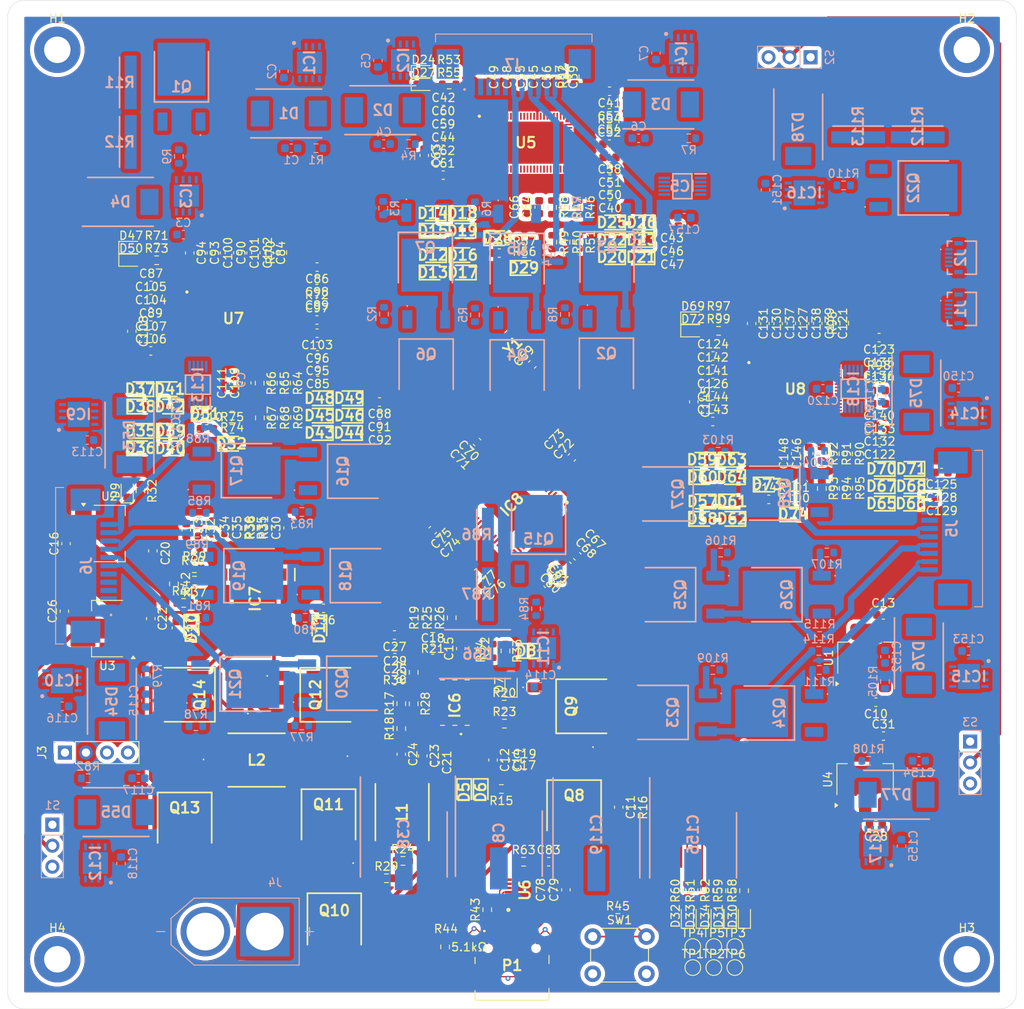
<source format=kicad_pcb>
(kicad_pcb (version 20240108) (generator "pcbnew") (generator_version "8.0")
  (layers (0 "F.Cu" signal) (1 "In1.Cu" signal) (2 "In2.Cu" signal) (31 "B.Cu" signal) (34 "B.Paste" user) (35 "F.Paste" user) (36 "B.SilkS" user "B.Silkscreen") (37 "F.SilkS" user "F.Silkscreen") (38 "B.Mask" user) (39 "F.Mask" user) (44 "Edge.Cuts" user))
  (net 0 "")
  (net 1 "+2.5V")
  (net 2 "/voltageregulators/IC5_VREF")
  (net 3 "/IO/BATTVIN")
  (net 4 "Net-(D53-A)")
  (net 5 "Net-(IC10-HS)")
  (net 6 "+5VA")
  (net 7 "/IO/USBVIN")
  (net 8 "GND")
  (net 9 "+3.3V")
  (net 10 "Net-(C32-Pad2)")
  (net 11 "SPI_SCK")
  (net 12 "Net-(U5-VCCCORE3)")
  (net 13 "/IO/RESETN")
  (net 14 "Net-(U5-NRST)")
  (net 15 "Net-(U5-VCCCORE2)")
  (net 16 "SPI_MISO")
  (net 17 "Net-(U5-VCCCORE1)")
  (net 18 "SPI_MOSI")
  (net 19 "/microcontrollers/SERVO3_STATUS")
  (net 20 "Net-(D55-A)")
  (net 21 "Net-(D76-K)")
  (net 22 "Net-(D75-A)")
  (net 23 "Net-(D76-A)")
  (net 24 "Net-(D78-A)")
  (net 25 "Net-(D77-K)")
  (net 26 "/microcontrollers/SERVO1_STATUS")
  (net 27 "/servo1/ADC_I0_POS")
  (net 28 "Net-(D73-A)")
  (net 29 "/microcontrollers/SERVO2_STATUS")
  (net 30 "/servo1/ADC_I1_POS")
  (net 31 "/microcontrollers/STATUS3")
  (net 32 "Net-(D30-A)")
  (net 33 "/servo2/ADC_I0_POS")
  (net 34 "/microcontrollers/STATUS2")
  (net 35 "/servo2/ADC_I1_POS")
  (net 36 "/microcontrollers/ERRLED")
  (net 37 "/servo3/ADC_I0_POS")
  (net 38 "/microcontrollers/STATUS1")
  (net 39 "Net-(D27-A)")
  (net 40 "/microcontrollers/SERVO3_PWM_I")
  (net 41 "/servo3/ADC_I1_POS")
  (net 42 "/IO/SWCLK")
  (net 43 "/IO/SWDIO")
  (net 44 "Net-(D69-A)")
  (net 45 "Net-(D72-A)")
  (net 46 "/microcontrollers/PROCLED")
  (net 47 "Net-(P1-PadA5)")
  (net 48 "/IO/D+")
  (net 49 "Net-(P1-PadB5)")
  (net 50 "Net-(D77-A)")
  (net 51 "/IO/D-")
  (net 52 "/drivergates1/BRAKE")
  (net 53 "/IO/OLED_SCL")
  (net 54 "Net-(U8-VCCCORE3)")
  (net 55 "/microcontrollers/SERVO2_PWM_I")
  (net 56 "Net-(U8-NRST)")
  (net 57 "Net-(IC10-HO)")
  (net 58 "/microcontrollers/SERVO2_DB_CS")
  (net 59 "Net-(U8-VCCCORE2)")
  (net 60 "SERVO_ENI")
  (net 61 "Net-(U8-VCCCORE1)")
  (net 63 "Net-(IC10-LO)")
  (net 65 "Net-(U5-GPIO2_{slash}_ADC_VM_MCD)")
  (net 67 "/IO/INT_IMU2")
  (net 69 "Net-(U5-GPIO7_{slash}_AENC_WY_MCD_{slash}_DBGSPI_TRG)")
  (net 70 "Net-(U6-PA28{slash}~{RESET})")
  (net 71 "Net-(U8-GPIO2_{slash}_ADC_VM_MCD)")
  (net 72 "Net-(U8-GPIO7_{slash}_AENC_WY_MCD_{slash}_DBGSPI_TRG)")
  (net 73 "/IO/OLED_SDA")
  (net 76 "TMC_DB_MOSI")
  (net 77 "TMC_DB_SCK")
  (net 79 "/microcontrollers/SERVO3_DB_CS")
  (net 82 "TMC_DB_MISO")
  (net 85 "/microcontrollers/SERVO1_PWM_I")
  (net 88 "SERVO_CLK")
  (net 97 "Net-(IC14-LO)")
  (net 100 "+12V")
  (net 101 "Net-(Q1-G)")
  (net 102 "Net-(Q6-G)")
  (net 103 "Net-(Q8-G)")
  (net 104 "Net-(Q10-G)")
  (net 105 "Net-(Q15-G)")
  (net 106 "Net-(Q16-G)")
  (net 107 "Net-(Q17-G)")
  (net 108 "/voltageregulators/SW1")
  (net 109 "/voltageregulators/SW2")
  (net 110 "Net-(Q18-G)")
  (net 111 "Net-(Q19-G)")
  (net 112 "Net-(D1-A)")
  (net 113 "Net-(Q20-G)")
  (net 114 "Net-(Q21-G)")
  (net 115 "Net-(Q22-G)")
  (net 116 "Net-(IC12-HS)")
  (net 117 "Net-(Q23-G)")
  (net 118 "Net-(D1-K)")
  (net 119 "Net-(IC15-HS)")
  (net 120 "Net-(D10-K)")
  (net 121 "Net-(Q24-G)")
  (net 122 "Net-(Q25-G)")
  (net 123 "Net-(IC17-HS)")
  (net 124 "Net-(Q26-G)")
  (net 125 "Net-(Q27-G)")
  (net 126 "Net-(D2-K)")
  (net 127 "Net-(Q28-G)")
  (net 128 "Net-(D10-A)")
  (net 129 "/microcontrollers/SERVO1_DB_CS")
  (net 130 "/drivergates2/BRAKE")
  (net 131 "/drivergates3/PWM_W_L")
  (net 132 "/drivergates3/PWM_W_H")
  (net 133 "/microcontrollers/SERVO2_CS")
  (net 134 "/drivergates3/PWM_V_L")
  (net 135 "/drivergates3/PWM_V_H")
  (net 136 "/drivergates3/BRAKE")
  (net 137 "+5V")
  (net 138 "/drivergates3/PWM_U_L")
  (net 139 "/drivergates3/PWM_U_H")
  (net 140 "/drivergates3/PHASE_V")
  (net 141 "/drivergates3/PHASE_U")
  (net 142 "/microcontrollers/SERVO1_CS")
  (net 143 "/drivergates3/PHASE_W")
  (net 146 "/microcontrollers/SERVO3_CS")
  (net 151 "/drivergates1/PWM_W_L")
  (net 152 "/drivergates1/PWM_W_H")
  (net 153 "/drivergates1/PWM_V_L")
  (net 154 "/drivergates1/PWM_V_H")
  (net 155 "/drivergates1/PWM_U_L")
  (net 156 "/drivergates1/PWM_U_H")
  (net 157 "/drivergates2/PWM_W_H")
  (net 158 "Net-(IC1-HS)")
  (net 160 "/drivergates2/PWM_W_L")
  (net 161 "/drivergates2/PWM_V_H")
  (net 162 "/drivergates2/PWM_V_L")
  (net 163 "/drivergates2/PWM_U_H")
  (net 164 "/drivergates2/PWM_U_L")
  (net 168 "/IO/RX")
  (net 169 "/IO/TX")
  (net 170 "/voltageregulators/HDRV1")
  (net 171 "/voltageregulators/LDRV2")
  (net 173 "/voltageregulators/LDRV1")
  (net 174 "/voltageregulators/HDRV2")
  (net 176 "/IO/SCL_IMU1")
  (net 177 "/IO/SDA_IMU2")
  (net 180 "/IO/SDA_IMU1")
  (net 182 "/IO/INT_IMU1")
  (net 184 "Net-(IC2-HS)")
  (net 185 "Net-(IC4-HS)")
  (net 186 "Net-(D3-K)")
  (net 187 "Net-(C11-Pad1)")
  (net 188 "Net-(IC6-AVCC)")
  (net 189 "Net-(D8-A)")
  (net 190 "Net-(IC6-TTC)")
  (net 191 "/IO/SCL_IMU2")
  (net 192 "Net-(IC6-ACP)")
  (net 193 "Net-(IC6-BTST)")
  (net 194 "Net-(IC6-SW_1)")
  (net 195 "Net-(IC6-REGN)")
  (net 196 "Net-(IC11-LO)")
  (net 197 "Net-(IC6-SRP)")
  (net 200 "Net-(IC12-LO)")
  (net 201 "Net-(IC12-HO)")
  (net 202 "Net-(IC7-VIN)")
  (net 204 "Net-(IC15-HO)")
  (net 205 "Net-(IC15-LO)")
  (net 207 "Net-(IC7-COMP)")
  (net 208 "Net-(IC7-SS)")
  (net 209 "Net-(IC17-LO)")
  (net 210 "Net-(IC17-HO)")
  (net 212 "Net-(IC7-SLOPE)")
  (net 213 "Net-(D11-K)")
  (net 214 "Net-(D28-A)")
  (net 215 "Net-(IC8-VDDCORE)")
  (net 216 "Net-(D51-A)")
  (net 217 "Net-(D53-K)")
  (net 218 "Net-(IC9-HS)")
  (net 219 "/drivergates2/PHASE_V")
  (net 220 "/drivergates2/PHASE_W")
  (net 221 "/drivergates2/PHASE_U")
  (net 222 "/drivergates1/PHASE_W")
  (net 223 "/drivergates1/PHASE_V")
  (net 224 "/drivergates1/PHASE_U")
  (net 227 "Net-(D54-K)")
  (net 228 "Net-(D55-K)")
  (net 229 "Net-(U7-VCCCORE3)")
  (net 230 "Net-(U7-NRST)")
  (net 231 "Net-(U7-VCCCORE2)")
  (net 232 "Net-(U7-VCCCORE1)")
  (net 233 "Net-(IC14-HS)")
  (net 262 "Net-(D75-K)")
  (net 263 "Net-(D2-A)")
  (net 264 "Net-(D3-A)")
  (net 265 "Net-(D4-A)")
  (net 266 "Net-(D5-K)")
  (net 267 "Net-(D7-K)")
  (net 268 "Net-(D7-A)")
  (net 269 "Net-(D8-K)")
  (net 270 "Net-(D9-A)")
  (net 271 "Net-(D24-A)")
  (net 272 "Net-(D31-A)")
  (net 273 "Net-(D32-A)")
  (net 274 "Net-(D33-A)")
  (net 275 "Net-(D34-A)")
  (net 276 "Net-(D47-A)")
  (net 277 "Net-(D50-A)")
  (net 278 "Net-(D54-A)")
  (net 279 "Net-(D56-A)")
  (net 280 "Net-(IC1-HO)")
  (net 282 "Net-(IC1-LO)")
  (net 283 "Net-(IC2-HO)")
  (net 284 "Net-(IC2-LO)")
  (net 286 "/IO/BRAKE1")
  (net 287 "/IO/BRAKE2")
  (net 288 "/IO/BRAKE3")
  (net 290 "Net-(IC3-LO)")
  (net 296 "Net-(IC4-HO)")
  (net 297 "Net-(IC4-LO)")
  (net 298 "Net-(IC5-IN+1)")
  (net 299 "Net-(IC5-IN+2)")
  (net 300 "Net-(IC6-TS)")
  (net 301 "Net-(IC6-ACDRV)")
  (net 302 "Net-(IC6-~{BATDRV})")
  (net 303 "Net-(IC6-CMSRC)")
  (net 304 "Net-(IC6-ISET)")
  (net 305 "Net-(IC6-OVPSET)")
  (net 306 "Net-(IC6-ACSET)")
  (net 307 "Net-(IC7-RT)")
  (net 308 "Net-(IC7-CS)")
  (net 309 "Net-(IC7-PGOOD)")
  (net 310 "Net-(IC7-MODE)")
  (net 311 "Net-(IC7-EN{slash}UVLO)")
  (net 313 "Net-(IC7-VISNS)")
  (net 314 "Net-(IC7-FB)")
  (net 329 "Net-(IC9-HO)")
  (net 330 "Net-(IC9-LO)")
  (net 331 "Net-(IC13-IN+1)")
  (net 332 "Net-(IC13-IN+2)")
  (net 333 "Net-(IC14-HO)")
  (net 337 "Net-(IC16-LO)")
  (net 340 "Net-(IC18-IN+2)")
  (net 341 "Net-(IC18-IN+1)")
  (net 349 "Net-(Q2-G)")
  (net 350 "Net-(Q3-G)")
  (net 351 "Net-(Q4-G)")
  (net 352 "Net-(Q5-G)")
  (net 353 "Net-(Q7-G)")
  (net 355 "Net-(U7-GPIO2_{slash}_ADC_VM_MCD)")
  (net 356 "Net-(U7-GPIO7_{slash}_AENC_WY_MCD_{slash}_DBGSPI_TRG)")
  (net 398 "/motorIO/HALL_A1")
  (net 399 "/servo1/HALL_U_FILT")
  (net 400 "/servo1/HALL_W_FILT")
  (net 401 "/servo1/HALL_V_FILT")
  (net 402 "/servo2/HALL_V_FILT")
  (net 403 "/servo2/HALL_W_FILT")
  (net 404 "/servo2/HALL_U_FILT")
  (net 405 "/servo3/HALL_W_FILT")
  (net 406 "/servo3/HALL_U_FILT")
  (net 407 "/servo3/HALL_V_FILT")
  (net 408 "/motorIO/HALL_C1")
  (net 409 "/motorIO/HALL_B1")
  (net 410 "/motorIO/HALL_A3")
  (net 411 "/motorIO/HALL_B3")
  (net 412 "/motorIO/HALL_C3")
  (net 413 "/motorIO/HALL_B2")
  (net 414 "/motorIO/HALL_A2")
  (net 415 "/motorIO/HALL_C2")
  (footprint "Resistor_SMD:R_0603_1608Metric" (layer "F.Cu") (at 166.827501 140)
    (property "Reference" "R45")
    (property "Value" "10K")
  )
  (footprint "Capacitor_SMD:C_0603_1608Metric" (layer "F.Cu") (at 158.452501 133.2)
    (property "Reference" "C83")
    (property "Value" "100nF")
  )
  (footprint "Resistor_SMD:R_0603_1608Metric" (layer "F.Cu") (at 153.077501 114.2)
    (property "Reference" "R20")
    (property "Value" "4.02kΩ")
  )
  (footprint "TestPoint:TestPoint_Pad_D1.5mm" (layer "F.Cu") (at 180.967501 143.46)
    (property "Reference" "TP3")
    (property "Value" "GND")
  )
  (footprint "Capacitor_SMD:C_0603_1608Metric" (layer "F.Cu") (at 198.462501 80.93 180)
    (property "Reference" "C132")
    (property "Value" "470nF")
  )
  (footprint "Capacitor_SMD:C_0603_1608Metric" (layer "F.Cu") (at 110.362501 63.4925)
    (property "Reference" "C87")
    (property "Value" "100nF")
  )
  (footprint "kuben-footprints:IPD047N03LF2SATMA1" (layer "F.Cu") (at 161.212501 114.4 -90)
    (property "Reference" "Q9")
    (property "Value" "30V 71A" (hide yes))
  )
  (footprint "kuben-footprints:DIOC1709X85N" (layer "F.Cu") (at 198.702501 85.68 180)
    (property "Reference" "D70")
    (property "Value" "4.7Vf 0.5A" (hide yes))
  )
  (footprint "Resistor_SMD:R_0603_1608Metric" (layer "F.Cu") (at 191.492501 88.055 -90)
    (property "Reference" "R93")
    (property "Value" "1kΩ")
  )
  (footprint "Resistor_SMD:R_0603_1608Metric" (layer "F.Cu") (at 144.427501 106 180)
    (property "Reference" "R21")
    (property "Value" "5.23kΩ")
  )
  (footprint "Resistor_SMD:R_0603_1608Metric" (layer "F.Cu") (at 139.827501 109.8 180)
    (property "Reference" "R30")
    (property "Value" "10mΩ")
  )
  (footprint "Resistor_SMD:R_0603_1608Metric" (layer "F.Cu") (at 194.202501 68.055 90)
    (property "Reference" "R96")
    (property "Value" "10kΩ")
  )
  (footprint "TestPoint:TestPoint_Pad_D1.5mm" (layer "F.Cu") (at 178.427501 146)
    (property "Reference" "TP2")
    (property "Value" "TX")
  )
  (footprint "kuben-footprints:QFN50P900X900X100-65N-D" (layer "F.Cu") (at 154.027501 90 -135)
    (property "Reference" "IC8")
    (property "Value" "ATSAME53J18A-MF" (hide yes))
  )
  (footprint "Capacitor_SMD:C_0603_1608Metric" (layer "F.Cu") (at 130.422501 62.8625 180)
    (property "Reference" "C98")
    (property "Value" "470nF")
  )
  (footprint "kuben-footprints:DIOC1709X85N" (layer "F.Cu") (at 120.077501 82.6425)
    (property "Reference" "D52")
    (property "Value" "4.7Vf 0.5A" (hide yes))
  )
  (footprint "Resistor_SMD:R_0603_1608Metric" (layer "F.Cu") (at 120.827501 92.85 -90)
    (property "Reference" "R36")
    (property "Value" "23.2kΩ")
  )
  (footprint "Resistor_SMD:R_0603_1608Metric" (layer "F.Cu") (at 165.787501 44.81)
    (property "Reference" "R54")
    (property "Value" "10kΩ")
  )
  (footprint "Resistor_SMD:R_0603_1608Metric" (layer "F.Cu") (at 155.527501 57.98 180)
    (property "Reference" "R56")
    (property "Value" "100kΩ")
  )
  (footprint "Capacitor_SMD:C_0603_1608Metric" (layer "F.Cu") (at 151.727501 120.9 -90)
    (property "Reference" "C12")
    (property "Value" "2.2µF")
  )
  (footprint "Capacitor_SMD:C_0603_1608Metric" (layer "F.Cu") (at 159.631485 98.496016 135)
    (property "Reference" "C80")
    (property "Value" "100nF")
  )
  (footprint "Resistor_SMD:R_0603_1608Metric" (layer "F.Cu") (at 153.102501 116.5)
    (property "Reference" "R23")
    (property "Value" "4.02kΩ")
  )
  (footprint "MountingHole:MountingHole_3.2mm_M3_DIN965_Pad" (layer "F.Cu") (at 209.027501 35)
    (property "Reference" "H2")
    (property "Value" "MountingHole_Pad")
  )
  (footprint "Resistor_SMD:R_0603_1608Metric" (layer "F.Cu") (at 188.127501 89.38)
    (property "Reference" "R101")
    (property "Value" "20kΩ")
  )
  (footprint "Capacitor_SMD:C_0603_1608Metric" (layer "F.Cu") (at 165.862501 49.61 180)
    (property "Reference" "C51")
    (property "Value" "4.7µF")
  )
  (footprint "Diode_SMD:D_0603_1608Metric" (layer "F.Cu") (at 153.902501 111.8125 90)
    (property "Reference" "D7")
    (property "Value" "LED")
  )
  (footprint "Capacitor_SMD:C_0603_1608Metric" (layer "F.Cu") (at 110.337501 69.8925)
    (property "Reference" "C107")
    (property "Value" "4.7µF")
  )
  (footprint "kuben-footprints:DIOC1709X85N" (layer "F.Cu") (at 112.637501 76.0425)
    (property "Reference" "D41")
    (property "Value" "4.7Vf 0.5A" (hide yes))
  )
  (footprint "Capacitor_SMD:C_0603_1608Metric" (layer "F.Cu") (at 198.027501 128.7 180)
    (property "Reference" "C28")
    (property "Value" "100nF")
  )
  (footprint "Resistor_SMD:R_0603_1608Metric" (layer "F.Cu") (at 146.727501 103.7 90)
    (property "Reference" "R26")
    (property "Value" "32.4kΩ")
  )
  (footprint "Capacitor_SMD:C_0603_1608Metric" (layer "F.Cu") (at 110.577501 95.6 -90)
    (property "Reference" "C20")
    (property "Value" "10uF")
  )
  (footprint "kuben-footprints:DIOC1709X85N" (layer "F.Cu") (at 112.677501 81.0925)
    (property "Reference" "D39")
    (property "Value" "4.7Vf 0.5A" (hide yes))
  )
  (footprint "Capacitor_SMD:C_0603_1608Metric" (layer "F.Cu") (at 145.702501 47.03)
    (property "Reference" "C44")
    (property "Value" "100nF")
  )
  (footprint "Resistor_SMD:R_0603_1608Metric" (layer "F.Cu") (at 146.402501 37.64)
    (property "Reference" "R53")
    (property "Value" "1kΩ")
  )
  (footprint "Diode_SMD:D_0603_1608Metric" (layer "F.Cu") (at 107.950001 58.9025)
    (property "Reference" "D47")
    (property "Value" "LED")
  )
  (footprint "Resistor_SMD:R_0603_1608Metric" (layer "F.Cu") (at 142.127501 114.1 -90)
    (property "Reference" "R28")
    (property "Value" "32.4kΩ")
  )
  (footprint "Capacitor_SMD:C_0603_1608Metric" (layer "F.Cu") (at 143.227501 120.4 -90)
    (property "Reference" "C23")
    (property "Value" "1µF")
  )
  (footprint "Diode_SMD:D_0603_1608Metric" (layer "F.Cu") (at 182.127501 139.7625 90)
    (property "Reference" "D30")
    (property "Value" "LED")
  )
  (footprint "Resistor_SMD:R_0603_1608Metric" (layer "F.Cu") (at 125.427501 92.75 90)
    (property "Reference" "R31")
    (property "Value" "10Ω")
  )
  (footprint "Capacitor_SMD:C_0603_1608Metric" (layer "F.Cu") (at 165.812501 40.01 180)
    (property "Reference" "C41")
    (property "Value" "100nF")
  )
  (footprint "Capacitor_SMD:C_0603_1608Metric" (layer "F.Cu") (at 145.527501 94.196016 -135)
    (property "Reference" "C74")
    (property "Value" "10µF")
  )
  (footprint "Capacitor_SMD:C_0603_1608Metric" (layer "F.Cu") (at 118.237501 59.5675 -90)
    (property "Reference" "C100")
    (property "Value" "470nF")
  )
  (footprint "Capacitor_SMD:C_0603_1608Metric" (layer "F.Cu") (at 198.952501 118)
    (property "Reference" "C31")
    (property "Value" "10uF")
  )
  (footprint "kuben-footprints:DIOC1709X85N" (layer "F.Cu") (at 112.637501 78.1425 180)
    (property "Reference" "D42")
    (property "Value" "4.7Vf 0.5A" (hide yes))
  )
  (footprint "Resistor_SMD:R_0603_1608Metric" (layer "F.Cu") (at 198.387501 74.61)
    (property "Reference" "R98")
    (property "Value" "10kΩ")
  )
  (footprint "Resistor_SMD:R_0603_1608Metric" (layer "F.Cu") (at 113.127501 99.6 -90)
    (property "Reference" "R42")
    (property "Value" "2mΩ")
  )
  (footprint "Resistor_SMD:R_0603_1608Metric" (layer "F.Cu") (at 123.497501 75.3175 -90)
    (property "Reference" "R66")
    (property "Value" "4.7kΩ")
  )
  (footprint "Resistor_SMD:R_0603_1608Metric" (layer "F.Cu") (at 194.692501 88.005 -90)
    (property "Reference" "R95")
    (property "Value" "1kΩ")
  )
  (footprint "Diode_SMD:D_0603_1608Metric" (layer "F.Cu") (at 180.417501 139.7625 90)
    (property "Reference" "D31")
    (property "Value" "LED")
  )
  (footprint "Capacitor_SMD:C_0603_1608Metric" (layer "F.Cu") (at 189.402501 68.105 -90)
    (property "Reference" "C138")
    (property "Value" "4.7µF")
  )
  (footprint "Capacitor_SMD:C_0603_1608Metric" (layer "F.Cu") (at 110.337501 66.6925)
    (property "Reference" "C104")
    (property "Value" "4.7µF")
  )
  (footprint "Capacitor_SMD:C_0603_1608Metric" (layer "F.Cu") (at 121.937501 75.2925 90)
    (property "Reference" "C109")
    (property "Value" "4.7µF")
  )
  (footprint "kuben-footprints:DIOC1709X85N" (layer "F.Cu") (at 148.227501 124.8 -90)
    (property "Reference" "D5")
    (property "Value" "4.7Vf 0.5A" (hide yes))
  )
  (footprint "kuben-footprints:IPD047N03LF2SATMA1" (layer "F.Cu") (at 131.827501 126.285 180)
    (property "Reference" "Q11")
    (property "Value" "30V 71A" (hide yes))
  )
  (footprint "Capacitor_SMD:C_0603_1608Metric" (layer "F.Cu") (at 100.077501 94.725 90)
    (property "Reference" "C16")
    (property "Value" "100nF")
  )
  (footprint "Capacitor_SMD:C_0603_1608Metric" (layer "F.Cu") (at 113.427501 104.925 -90)
    (property "Reference" "C37")
    (property "Value" "100nF")
  )
  (footprint "Capacitor_SMD:C_0603_1608Metric" (layer "F.Cu") (at 161.924414 96.26066 -45)
    (property "Reference" "C68")
    (property "Value" "10µF")
  )
  (footprint "kuben-footprints:IPD047N03LF2SATMA1" (layer "F.Cu") (at 130.262501 113.01 -90)
    (property "Reference" "Q12")
    (property "Value" "30V 71A" (hide yes))
  )
  (footprint "kuben-footprints:DSC6001CI2B0250000T" (layer "F.Cu") (at 154.133567 70.821142 45)
    (property "Reference" "Y1")
    (property "Value" "DSC6001CI2B-025.0000T" (hide yes))
  )
  (footprint "kuben-footprints:DIOC1709X85N" (layer "F.Cu") (at 109.077501 81.0925 180)
    (property "Reference" "D35")
    (property "Value" "4.7Vf 0.5A" (hide yes))
  )
  (footprint "Resistor_SMD:R_0603_1608Metric" (layer "F.Cu") (at 152.727501 124.4 180)
    (property "Reference" "R15")
    (property "Value" "10Ω")
  )
  (footprint "Capacitor_SMD:C_0603_1608Metric" (layer "F.Cu") (at 205.967501 87.73 180)
    (property "Reference" "C128")
    (property "Value" "100pF")
  )
  (footprint "Capacitor_SMD:C_0603_1608Metric" (layer "F.Cu") (at 163.027501 95.2 -45)
    (property "Reference" "C67")
    (property "Value" "100nF")
  )
  (footprint "kuben-footprints:BQ24133RGYR" (layer "F.Cu") (at 147.102501 113.95 90)
    (property "Reference" "IC6")
    (property "Value" "BQ24133RGYR" (hide yes))
  )
  (footprint "Capacitor_SMD:C_0603_1608Metric" (layer "F.Cu") (at 160.537501 136.6 90)
    (property "Reference" "C79")
    (property "Value" "10µF")
  )
  (footprint "kuben-footprints:DIOC1709X85N" (layer "F.Cu") (at 144.402501 54.78 180)
    (property "Reference" "D14")
    (property "Value" "4.7Vf 0.5A" (hide yes))
  )
  (footprint "Capacitor_SMD:C_0603_1608Metric" (layer "F.Cu") (at 160.002501 38.305 -90)
    (property "Reference" "C39")
    (property "Value" "100nF")
  )
  (footprint "Capacitor_SMD:C_0603_1608Metric" (layer "F.Cu") (at 121.437501 59.5675 -90)
    (property "Reference" "C101")
    (property "Value" "4.7µF")
  )
  (footprint "kuben-footprints:INDPM6965X300N" (layer "F.Cu") (at 140.727501 127.2 90)
    (property "Reference" "L1")
    (property "Value" "3.3µH" (hide yes))
  )
  (footprint "Resistor_SMD:R_0603_1608Metric" (layer "F.Cu") (at 168.427501 126.65 -90)
    (property "Reference" "R16")
    (property "Value" "2Ω")
  )
  (footprint "Resistor_SMD:R_0603_1608Metric" (layer "F.Cu") (at 146.402501 39.19)
    (property "Reference" "R55")
    (property "Value" "1kΩ")
  )
  (footprint "Resistor_SMD:R_0603_1608Metric" (layer "F.Cu") (at 123.827501 92.75 90)
    (property "Reference" "R38")
    (property "Value" "2kΩ")
  )
  (footprint "kuben-footprints:DIOC1709X85N" (layer "F.Cu") (at 144.442501 61.93)
    (property "Reference" "D13")
    (property "Value" "4.7Vf 0.5A" (hide yes))
  )
  (footprint "Resistor_SMD:R_0603_1608Metric" (layer "F.Cu") (at 120.162501 79.2425 180)
    (property "Reference" "R74")
    (property "Value" "100kΩ")
  )
  (footprint "Resistor_SMD:R_0603_1608Metric" (layer "F.Cu") (at 175.207501 136.7 90)
    (property "Reference" "R60")
    (property "Value" "1kΩ")
  )
  (footprint "Capacitor_SMD:C_0603_1608Metric" (layer "F.Cu") (at 145.702501 50.155)
    (property "Reference" "C61")
    (property "Value" "100nF")
  )
  (footprint "Capacitor_SMD:C_0603_1608Metric" (layer "F.Cu") (at 120.362501 75.2875 90)
    (property "Reference" "C111")
    (property "Value" "100nF")
  )
  (footprint "Resistor_SMD:R_0603_1608Metric" (layer "F.Cu") (at 188.127501 87.78 180)
    (property "Reference" "R100")
    (property "Value" "100kΩ")
  )
  (footprint "Resistor_SMD:R_0603_1608Metric" (layer "F.Cu") (at 180.387501 136.7 90)
    (property "Reference" "R59")
    (property "Value" "1kΩ")
  )
  (footprint "Capacitor_SMD:C_0603_1608Metric" (layer "F.Cu") (at 156.802501 38.305 -90)
    (property "Reference" "C56")
    (property "Value" "4.7µF")
  )
  (footprint "Resistor_SMD:R_0603_1608Metric" (layer "F.Cu") (at 194.662501 83.855 -90)
    (property "Reference" "R90")
    (property "Value" "4.7kΩ")
  )
  (footprint "Capacitor_SMD:C_0603_1608Metric" (layer "F.Cu") (at 166.927501 126.6 -90)
    (property "Reference" "C11")
    (property "Value" "2.2µF")
  )
  (footprint "Resistor_SMD:R_0603_1608Metric" (layer "F.Cu") (at 115.627501 99.2 180)
    (property "Reference" "R37")
    (property "Value" "280kΩ")
  )
  (footprint "Resistor_SMD:R_0603_1608Metric" (layer "F.Cu") (at 160.462501 54.055 -90)
    (property "Reference" "R47")
    (property "Value" "4.7kΩ")
  )
  (footprint "Capacitor_SMD:C_0603_1608Metric" (layer "F.Cu") (at 116.127501 93.05 -90)
    (property "Reference" "C32")
    (property "Value" "33nF")
  )
  (footprint "kuben-footprints:DIOC1709X85N" (layer "F.Cu") (at 177.002501 84.58 180)
    (property "Reference" "D59")
    (property "Value" "4.7Vf 0.5A" (hide yes))
  )
  (footprint "Resistor_SMD:R_0603_1608Metric" (layer "F.Cu") (at 125.127501 79.5175 -90)
    (property "Reference" "R68")
    (property "Value" "1kΩ")
  )
  (footprint "Capacitor_SMD:C_0603_1608Metric" (layer "F.Cu") (at 152.002501 38.305 -90)
    (property "Reference" "C48")
    (property "Value" "100nF")
  )
  (footprint "Resistor_SMD:R_0603_1608Metric" (layer "F.Cu") (at 125.097501 75.3175 -90)
    (property "Reference" "R65")
    (property "Value" "4.7kΩ")
  )
  (footprint "Capacitor_SMD:C_0603_1608Metric" (layer "F.Cu") (at 198.387501 76.21)
    (property "Reference" "C134")
    (property "Value" "100nF")
  )
  (footprint "Capacitor_SMD:C_0603_1608Metric" (layer "F.Cu") (at 198.387501 71.4 180)
    (property "Reference" "C135")
    (property "Value" "470nF")
  )
  (footprint "kuben-footprints:SOP65P640X120-29N" (layer "F.Cu") (at 122.952501 101.412 -90)
    (property "Reference" "IC7")
    (property "Value" "LM5176PWPR" (hide yes))
  )
  (footprint "Resistor_SMD:R_0603_1608Metric" (layer "F.Cu") (at 140.627501 114.075 90)
    (property "Reference" "R17")
    (property "Value" "1MΩ")
  )
  (footprint "Capacitor_SMD:C_0603_1608Metric" (layer "F.Cu") (at 144.727501 121.2 -90)
    (property "Reference" "C21")
    (property "Value" "0.047µF")
  )
  (footprint "Package_TO_SOT_SMD:SOT-223-3_TabPin2" (layer "F.Cu") (at 105.077501 105 180)
    (property "Reference" "U3")
    (property "Value" "LD1117S50TR_SOT223")
  )
  (footprint "kuben-footprints:DIOC1709X85N" (layer "F.Cu") (at 130.737501 79.2425 180)
    (property "Reference" "D45")
    (property "Value" "4.7Vf 0.5A" (hide yes))
  )
  (footprint "kuben-footprints:DIOC1709X85N" (layer "F.Cu") (at 150.227501 124.8 -90)
    (property "Reference" "D6")
    (property "Value" "4.7Vf 0.5A" (hide yes))
  )
  (footprint "MountingHole:MountingHole_3.2mm_M3_DIN965_Pad" (layer "F.Cu") (at 99.027501 145)
    (property "Reference" "H4")
    (property "Value" "MountingHole_Pad")
  )
  (footprint "Capacitor_SMD:C_0603_1608Metric" (layer "F.Cu") (at 138.002501 79.1925 180)
    (property "Reference" "C91")
    (property "Value" "100pF")
  )
  (footprint "Capacitor_SMD:C_0603_1608Metric" (layer "F.Cu") (at 198.387501 73.01 180)
    (property "Reference" "C136")
    (property "Value" "4.7µF")
  )
  (footprint "Resistor_SMD:R_0603_1608Metric" (layer "F.Cu") (at 111.037501 58.9025)
    (property "Reference" "R71")
    (property "Value" "1kΩ")
  )
  (footprint "Resistor_SMD:R_0603_1608Metric" (layer "F.Cu") (at 178.827501 136.675 90)
    (property "Reference" "R62")
    (property "Value" "1kΩ")
  )
  (footprint "kuben-footprints:QFN40P1050X650X90-77N" (layer "F.Cu") (at 155.692501 46.23)
    (property "Reference" "U5")
    (property "Value" "TMC4671-LA" (hide yes))
  )
  (footprint "Capacitor_SMD:C_0603_1608Metric" (layer "F.Cu") (at 156.475509 73.051992 45)
    (property "Reference" "C69")
    (property "Value" "10µF")
  )
  (footprint "Capacitor_SMD:C_0603_1608Metric" (layer "F.Cu") (at 205.992501 89.33 180)
    (property "Reference" "C129")
    (property "Value" "100pF")
  )
  (footprint "Capacitor_SMD:C_0603_1608Metric" (layer "F.Cu") (at 173.392501 59.53 180)
    (property "Reference" "C47")
    (property "Value" "100pF")
  )
  (footprint "Capacitor_SMD:C_0603_1608Metric" (layer "F.Cu") (at 151.009375 99.281874 -135)
    (property "Reference" "C76")
    (property "Value" "10µF")
  )
  (footprint "Capacitor_SMD:C_0603_1608Metric" (layer "F.Cu") (at 155.727501 54.025 90)
    (property "Reference" "C66")
    (property "Value" "100nF")
  )
  (footprint "kuben-footprints:DIOC1709X85N" (layer "F.Cu") (at 166.102501 60.08 180)
    (property "Reference" "D20")
    (property "Value" "4.7Vf 0.5A" (hide yes))
  )
  (footprint "Package_TO_SOT_SMD:SOT-223-3_TabPin2" (layer "F.Cu") (at 196.827501 108.55 90)
    (property "Reference" "U1")
    (property "Value" "LD1117S25TR_SOT223")
  )
  (footprint "Capacitor_SMD:C_0603_1608Metric" (layer "F.Cu") (at 165.887501 52.71 180)
    (property "Reference" "C40")
    (property "Value" "100nF")
  )
  (footprint "Package_TO_SOT_SMD:SOT-223-3_TabPin2" (layer "F.Cu") (at 105.327501 93.5)
    (property "Reference" "U2")
    (property "Value" "LD1117S33TR_SOT223")
  )
  (footprint "Capacitor_SMD:C_0603_1608Metric" (layer "F.Cu") (at 140.627501 120.2 -90)
    (property "Reference" "C24")
    (property "Value" "0.1µF")
  )
  (footprint "Capacitor_SMD:C_0603_1608Metric" (layer "F.Cu") (at 198.412501 77.81 180)
    (property "Reference" "C140")
    (property "Value" "100nF")
  )
  (footprint "kuben-footprints:DIOC1709X85N" (layer "F.Cu") (at 152.252501 57.78)
    (property "Reference" "D28")
    (property "Value" "4.7Vf 0.5A" (hide yes))
  )
  (footprint "Capacitor_SMD:C_0603_1608Metric" (layer "F.Cu") (at 165.862501 51.13 180)
    (property "Reference" "C50")
    (property "Value" "470nF")
  )
  (footprint "kuben-footprints:DIOC1709X85N" (layer "F.Cu") (at 109.077501 83.1925)
    (property "Reference" "D36")
    (property "Value" "4.7Vf 0.5A" (hide yes))
  )
  (footprint "Diode_SMD:D_0603_1608Metric" (layer "F.Cu") (at 107.950001 60.4425)
    (property "Reference" "D50")
    (property "Value" "LED")
  )
  (footprint "Resistor_SMD:R_0603_1608Metric" (layer "F.Cu") (at 114.302501 101.9)
    (property "Reference" "R41")
    (property "Value" "10kΩ")
  )
  (footprint "Capacitor_SMD:C_0603_1608Metric" (layer "F.Cu") (at 160.127501 83.16863 45)
    (property "Reference" "C73")
    (property "Value" "100nF")
  )
  (footprint "Capacitor_SMD:C_0603_1608Metric" (layer "F.Cu") (at 130.422501 67.6725)
    (property "Reference" "C97")
    (property "Value" "100nF")
  )
  (footprint "Capacitor_SMD:C_0603_1608Metric" (layer "F.Cu") (at 149.788161 82.43934 135)
    (property "Reference" "C70")
    (property "Value" "10µF")
  )
  (footprint "kuben-footprints:DIOC1709X85N" (layer "F.Cu") (at 166.102501 57.98 180)
    (property "Reference" "D22")
    (property "Value" "4.7Vf 0.5A" (hide yes))
  )
  (footprint "kuben-footprints:IPD70P04P4L08ATMA2" (layer "F.Cu") (at 132.527501 140.12 180)
    (property "Reference" "Q10")
    (property "Value" "40V 70A" (hide yes))
  )
  (footprint "kuben-footprints:DIOC1709X85N" (layer "F.Cu") (at 155.727501 107.7 180)
    (property "Reference" "D8")
    (property "Value" "4.7Vf 0.5A" (hide yes))
  )
  (footprint "Capacitor_SMD:C_0603_1608Metric" (layer "F.Cu") (at 110.337501 65.0925)
    (property "Reference" "C105")
    (property "Value" "470nF")
  )
  (footprint "Capacitor_SMD:C_0603_1608Metric" (layer "F.Cu") (at 191.002501 68.08 -90)
    (property "Reference" "C139")
    (property "Value" "470nF")
  )
  (footprint "Capacitor_SMD:C_0603_1608Metric" (layer "F.Cu") (at 155.202501 38.28 -90)
    (property "Reference" "C45")
    (property "Value" "100nF")
  )
  (footprint "Resistor_SMD:R_0603_1608Metric" (layer "F.Cu") (at 140.627501 117.1 90)
    (property "Reference" "R18")
    (property "Value" "100kΩ")
  )
  (footprint "kuben-footprints:DIOC1709X85N" (layer "F.Cu") (at 109.037501 76.0425 180)
    (property "Reference" "D37")
    (property "Value" "4.7Vf 0.5A" (hide yes))
  )
  (footprint "kuben-footprints:DIOC1709X85N" (layer "F.Cu") (at 134.337501 77.1425 180)
    (property "Reference" "D49")
    (property "Value" "4.7Vf 0.5A" (hide yes))
  )
  (footprint "Resistor_SMD:R_0603_1608Metric" (layer "F.Cu") (at 126.727501 79.4675 -90)
    (property "Reference" "R69")
    (property "Value" "1kΩ")
  )
  (footprint "Resistor_SMD:R_0603_1608Metric" (layer "F.Cu") (at 149.327501 107.425 -90)
    (property "Reference" "R22")
    (property "Value" "30.1kΩ")
  )
  (footprint "Capacitor_SMD:C_0603_1608Metric" (layer "F.Cu") (at 198.462501 79.41 180)
    (property "Reference" "C133")
    (property "Value" "4.7µF")
  )
  (footprint "Capacitor_SMD:C_0603_1608Metric" (layer "F.Cu") (at 165.787501 41.6 180)
    (property "Reference" "C53")
    (property "Value" "470nF")
  )
  (footprint "Diode_SMD:D_0603_1608Metric" (layer "F.Cu") (at 177.027501 139.7625 90)
    (property "Reference" "D33")
    (property "Value" "LED")
  )
  (footprint "Resistor_SMD:R_0603_1608Metric" (layer "F.Cu") (at 158.862501 54.055 -90)
    (property "Reference" "R48")
    (property "Value" "4.7kΩ")
  )
  (footprint "Capacitor_SMD:C_0603_1608Metric" (layer "F.Cu") (at 173.367501 57.93 180)
    (property "Reference" "C46")
    (property "Value" "100pF")
  )
  (footprint "MountingHole:MountingHole_3.2mm_M3_DIN965_Pad" (layer "F.Cu") (at 99.027501 35)
    (property "Reference" "H1")
    (property "Value" "MountingHole_Pad")
  )
  (footprint "kuben-footprints:QFN40P1050X650X90-77N" (layer "F.Cu") (at 120.327501 67.4925)
    (property "Reference" "U7")
    (property "Value" "TMC4671-LA" (hide yes))
  )
  (footprint "Resistor_SMD:R_0603_1608Metric" (layer "F.Cu") (at 120.162501 80.8425)
    (property "Reference" "R75")
    (property "Value" "20kΩ")
  )
  (footprint "Resistor_SMD:R_0603_1608Metric" (layer "F.Cu") (at 145.927501 143.5 -90)
    (property "Reference" "R44")
    (property "Value" "5.1kΩ")
  )
  (footprint "Capacitor_SMD:C_0603_1608Metric" (layer "F.Cu") (at 178.302501 76.83)
    (property "Reference" "C126")
    (property "Value" "100nF")
  )
  (footprint "Resistor_SMD:R_0603_1608Metric" (layer "F.Cu") (at 160.492501 58.255 -90)
    (property "Reference" "R50")
    (property "Value" "1kΩ")
  )
  (footprint "Capacitor_SMD:C_0603_1608Metric" (layer "F.Cu") (at 145.702501 48.63)
    (property "Reference" "C62")
    (property "Value" "4.7µF")
  )
  (footprint "Capacitor_SMD:C_0603_1608Metric" (layer "F.Cu") (at 144.431485 93.1 -135)
    (property "Reference" "C75")
    (property "Value" "100nF")
  )
  (footprint "Resistor_SMD:R_0603_1608Metric" (layer "F.Cu") (at 143.627501 103.7 90)
    (property "Reference" "R19")
    (property "Value" "1.5kΩ")
  )
  (footprint "Capacitor_SMD:C_0603_1608Metric" (layer "F.Cu") (at 185.077501 89.38)
    (property "Reference" "C147")
    (property "Value" "10nF")
  )
  (footprint "Capacitor_SMD:C_0603_1608Metric" (layer "F.Cu") (at 110.337501 71.4175)
    (property "Reference" "C106")
    (property "Value" "100nF")
  )
  (footprint "Resistor_SMD:R_0603_1608Metric" (layer "F.Cu") (at 193.062501 83.855 -90)
    (property "Reference" "R91")
    (property "Value" "4.7kΩ")
  )
  (footprint "kuben-footprints:DIOC1709X85N" (layer "F.Cu") (at 198.702501 87.78 180)
    (property "Reference" "D67")
    (property "Value" "4.7Vf 0.5A" (hide yes))
  )
  (footprint "kuben-footprints:DIOC1709X85N" (layer "F.Cu") (at 148.002501 54.78)
    (property "Reference" "D18")
    (property "Value" "4.7Vf 0.5A" (hide yes))
  )
  (footprint "kuben-footprints:DIOC1709X85N" (layer "F.Cu") (at 180.642501 91.73 180)
    (property "Reference" "D62")
    (property "Value" "4.7Vf 0.5A" (hide yes))
  )
  (footprint "kuben-footprints:DIOC1709X85N" (layer "F.Cu") (at 177.052501 86.68)
    (property "Reference" "D60")
    (property "Value" "4.7Vf 0.5A" (hide yes))
  )
  (footprint "TestPoint:TestPoint_Pad_D1.5mm" (layer "F.Cu") (at 178.427501 143.46)
    (property "Reference" "TP5")
    (property "Value" "SWDIO")
  )
  (footprint "Capacitor_SMD:C_0603_1608Metric" (layer "F.Cu") (at 178.302501 75.23)
    (property "Reference" "C141")
    (property "Value" "4.7µF")
  )
  (footprint "Capacitor_SMD:C_0603_1608Metric" (layer "F.Cu") (at 160.727501 97.4 135)
    (property "Reference" "C81")
    (property "Value" "4.7µF")
  )
  (footprint "Capacitor_SMD:C_0603_1608Metric" (layer "F.Cu") (at 187.802501 68.08 -90)
    (property "Reference" "C127")
    (property "Value" "100nF")
  )
  (footprint "kuben-footprints:DIOC1709X85N" (layer "F.Cu") (at 169.702501 55.88 180)
    (property "Reference" "D26")
    (property "Value" "4.7Vf 0.5A" (hide yes))
  )
  (footprint "Resistor_SMD:R_0603_1608Metric" (layer "F.Cu") (at 151.027501 139 90)
    (property "Reference" "R43")
    (property "Value" "5.1kΩ")
  )
  (footprint "kuben-footprints:DIOC1709X85N" (layer "F.Cu") (at 202.302501 85.68 180)
    (property "Reference" "D71")
    (property "Value" "4.7Vf 0.5A" (hide yes))
  )
  (footprint "Capacitor_SMD:C_0603_1608Metric" (layer "F.Cu") (at 130.497501 70.8725 180)
    (property "Reference" "C96")
    (property "Value" "4.7µF")
  )
  (footprint "kuben-footprints:DIOC1709X85N" (layer "F.Cu") (at 130.727501 105 -90)
    (property "Reference" "D11")
    (property "Value" "4.7Vf 0.5A" (hide yes))
  )
  (footprint "kuben-footprints:DIOC1709X85N" (layer "F.Cu") (at 202.252501 89.88 180)
    (property "Reference" "D66")
    (property "Value" "4.7Vf 0.5A" (hide yes))
  )
  (footprint "Capacitor_SMD:C_0603_1608Metric" (layer "F.Cu") (at 108.037501 69.0425 -90)
    (property "Reference" "C108")
    (property "Value" "470nF")
  )
  (footprint "Capacitor_SMD:C_0603_1608Metric" (layer "F.Cu") (at 147.827501 107.425 90)
    (property "Reference" "C15")
    (property "Value" "0.1µF")
  )
  (footprint "kuben-footprints:DIOC1709X85N" (layer "F.Cu") (at 134.287501 81.3425 180)
    (property "Reference" "D44")
    (property "Value" "4.7Vf 0.5A" (hide yes))
  )
  (footprint "Connector_PinSocket_2.54mm:PinSocket_1x04_P2.54mm_Vertical" (layer "F.Cu") (at 99.947501 120 90)
    (property "Reference" "J3")
    (property "Value" "Conn_01x04_Socket")
  )
  (footprint "Capacitor_SMD:C_0603_1608Metric" (layer "F.Cu") (at 178.327501 72.03)
    (property "Reference" "C124")
    (property "Value" "100nF")
  )
  (footprint "Diode_SMD:D_0603_1608Metric" (layer "F.Cu") (at 175.915001 68.98)
    (property "Reference" "D72")
    (property "Value" "LED")
  )
  (footprint "Resistor_SMD:R_0603_1608Metric" (layer "F.Cu") (at 138.827501 135.2)
    (property "Reference" "R29")
    (property "Value" "1kΩ")
  )
  (footprint "Resistor_SMD:R_0603_1608Metric" (layer "F.Cu") (at 109.077501 88.35 -90)
    (property "Reference" "R32")
    (property "Value" "1kΩ")
  )
  (footprint "Capacitor_SMD:C_0603_1608Metric" (layer "F.Cu") (at 155.527501 121.6)
    (property "Reference" "C19")
    (property "Value" "1µF")
  )
  (footprint "Capacitor_SMD:C_0603_1608Metric" (layer "F.Cu") (at 130.447501 69.2725 180)
    (property "Reference" "C103")
    (property "Value" "100nF")
  )
  (footprint "kuben-footprints:DIOC1709X85N" (layer "F.Cu") (at 115.227501 104.95 -90)
    (property "Reference" "D10")
    (property "Value" "4.7Vf 0.5A" (hide yes))
  )
  (footprint "kuben-footprints:DIOC1709X85N" (layer "F.Cu") (at 180.602501 84.58)
    (property "Reference" "D63")
    (property "Value" "4.7Vf 0.5A" (hide yes))
  )
  (footprint "kuben-footprints:USB4110GFA" (layer "F.Cu") (at 154.027501 146.273)
    (property "Reference" "P1")
    (property "Value" "USB_C_Plug_USB2.0" (hide yes))
  )
  (footprint "Capacitor_SMD:C_0603_1608Metric" (layer "F.Cu") (at 148.727501 83.5 135)
    (property "Reference" "C71")
    (property "Value" "100nF")
  )
  (footprint "Capacitor_SMD:C_0603_1608Metric" (layer "F.Cu") (at 145.702501 43.83)
    (property "Reference" "C60")
    (property "Value" "470nF")
  )
  (footprint "Capacitor_SMD:C_0603_1608Metric" (layer "F.Cu") (at 178.302501 73.63)
    (property "Reference" "C142")
    (property "Value" "470nF")
  )
  (footprint "Capacitor_SMD:C_0603_1608Metric" (layer "F.Cu") (at 123.037501 59.5425 -90)
    (property "Reference" "C102")
    (property "Value" "470nF")
  )
  (footprint "Resistor_SMD:R_0603_1608Metric" (layer "F.Cu") (at 122.327501 92.825 -90)
    (property "Reference" "R35")
    (property "Value" "93.1kΩ")
  )
  (footprint "kuben-footprints:DIOC1709X85N" (layer "F.Cu") (at 155.442501 61.38)
    (property "Reference" "D29")
    (property "Value" "4.7Vf 0.5A" (hide yes))
  )
  (footprint "Capacitor_SMD:C_0603_1608Metric" (layer "F.Cu") (at 158.402501 38.28 -90)
    (property "Reference" "C57")
    (property "Value" "470nF")
  )
  (footprint "Capacitor_SMD:C_0603_1608Metric" (layer "F.Cu") (at 143.402501 47.78 -90)
    (property "Reference" "C63")
    (property "Value" "470nF")
  )
  (footprint "Capacitor_SMD:C_0603_1608Metric" (layer "F.Cu") (at 198.412501 69.81 180)
    (property "Reference" "C123")
    (property "Value" "100nF")
  )
  (footprint "kuben-footprints:DIOC1709X85N" (layer "F.Cu") (at 198.702501 89.88 180)
    (property "Reference" "D65")
    (property "Value" "4.7Vf 0.5A" (hide yes))
  )
  (footprint "Capacitor_SMD:C_0603_1608Metric" (layer "F.Cu") (at 158.327501 99.6 -45)
    (property "Reference" "C82")
    (property "Value" "100nF")
  )
  (footprint "Capacitor_SMD:C_0603_1608Metric" (layer "F.Cu") (at 144.427501 107.6)
    (property "Reference" "C18")
    (property "Value" "1µF")
  )
  (footprint "kuben-footprints:DIOC1709X85N" (layer "F.Cu") (at 109.087501 78.1425)
    (property "Reference" "D38")
    (property "Value" "4.7Vf 0.5A" (hide yes))
  )
  (footprint "Capacitor_SMD:C_0603_1608Metric" (layer "F.Cu") (at 119.327501 92.775 -90)
    (property "Reference" "C35")
    (property "Value" "220pF")
  )
  (footprint "kuben-footprints:DIOC1709X85N" (layer "F.Cu") (at 202.302501 87.78 180)
    (property "Reference" "D68")
    (property "Value" "4.7Vf 0.5A" (hide yes))
  )
  (footprint "Resistor_SMD:R_0603_1608Metric" (layer "F.Cu") (at 145.227501 103.7 90)
    (property "Reference" "R25")
    (property "Value" "232kΩ")
  )
  (footprint "Capacitor_SMD:C_0603_1608Metric" (layer "F.Cu") (at 150.402501 38.305 -90)
    (property "Reference" "C49")
    (property "Value" "4.7µF")
  )
  (footprint "kuben-footprints:DIOC1709X85N" (layer "F.Cu") (at 130.737501 81.3425 180)
    (property "Reference" "D43")
    (property "Value" "4.7Vf 0.5A" (hide yes))
  )
  (footprint "kuben-footprints:DIOC1709X85N" (layer "F.Cu") (at 112.677501 83.1925 180)
    (property "Reference" "D40")
    (property "Value" "4.7Vf 0.5A" (hide yes))
  )
  (footprint "Resistor_SMD:R_0603_1608Metric" (layer "F.Cu") (at 115.427501 95.375 180)
    (property "Reference" "R40")
    (property "Value" "9.09kΩ")
  )
  (footprint "Capacitor_SMD:C_0603_1608Metric" (layer "F.Cu") (at 183.002501 68.105 -90)
    (property "Reference" "C131")
    (property "Value" "4.7µF")
  )
  (footprint "Capacitor_SMD:C_0603_1608Metric" (layer "F.Cu") (at 161.258871 84.3 45)
    (property "Reference" "C72")
    (property "Value" "10µF")
  )
  (footprint "Diode_SMD:D_0603_1608Metric" (layer "F.Cu") (at 143.315001 37.64)
    (property "Reference" "D24")
    (property "Value" "LED")
  )
  (footprint "Resistor_SMD:R_0603_1608Metric" (layer "F.Cu") (at 151.677501 107.7 90)
    (property "Reference" "R34")
    (property "Value" "133kΩ")
  )
  (footprint "Resistor_SMD:R_0603_1608Metric" (layer "F.Cu") (at 162.092501 58.205 -90)
    (property "Reference" "R51")
    (property "Value" "1kΩ")
  )
  (footprint "TestPoint:TestPoint_Pad_D1.5mm" (layer "F.Cu") (at 175.887501 146)
    (property "Reference" "TP1")
    (property "Value" "RX")
  )
  (footprint "kuben-footprints:DIOC1709X85N" (layer "F.Cu") (at 177.042501 91.73)
    (property "Reference" "D58")
    (property "Value" "4.7Vf 0.5A" (hide yes))
  )
  (footprint "Resistor_SMD:R_0603_1608Metric" (layer "F.Cu") (at 111.037501 60.4525)
    (property "Reference" "R73")
    (property "Value" "1kΩ")
  )
  (footprint "TestPoint:TestPoint_Pad_D1.5mm" (layer "F.Cu") (at 180.967501 146)
    (property "Reference" "TP6")
    (property "Value" "GND")
  )
  (footprint "Capacitor_SMD:C_0603_1608Metric" (layer "F.Cu") (at 119.837501 59.5425 -90)
    (property "Reference" "C90")
    (property "Value" "100nF")
  )
  (footprint "Resistor_SMD:R_0603_1608Metric" (layer "F.Cu") (at 155.427501 133.2)
    (property "Reference" "R63")
    (property "Value" "10kΩ")
  )
  (footprint "Diode_SMD:D_0603_1608Metric" (layer "F.Cu") (at 175.915001 67.44)
    (property "Reference" "D69")
    (property "Value" "LED")
  )
  (footprint "Capacitor_SMD:C_0603_1608Metric" (layer "F.Cu") (at 152.477501 59.58)
    (property "Reference" "C65")
    (property "Value" "10nF")
  )
  (footprint "Capacitor_SMD:C_0603_1608Metric" (layer "F.Cu") (at 165.812501 48.01 180)
    (property "Reference" "C58")
    (property "Value" "100nF")
  )
  (footprint "Capacitor_SMD:C_0603_1608Metric" (layer "F.Cu") (at 192.602501 68.105 -90)
    (property "Reference" "C121")
    (property "Value" "100nF")
  )
  (footprint "Capacitor_SMD:C_0603_1608Metric" (layer "F.Cu") (at 117.112501 80.8425)
    (property "Reference" "C110")
    (property "Value" "10nF")
  )
  (footprint "Capacitor_SMD:C_0603_1608Metric" (layer "F.Cu") (at 110.327501 103.8 -90)
    (property "Reference" "C22")
    (property "Value" "100nF")
  )
  (footprint "Resistor_SMD:R_0603_1608Metric" (layer "F.Cu") (at 161.602501 38.255 90)
    (property "Reference" "R52")
    (property "Value" "10kΩ")
  )
  (footprint "Resistor_SMD:R_0603_1608Metric" (layer "F.Cu") (at 126.697501 75.3175 -90)
    (property "Reference" "R64")
    (property "Value" "4.7kΩ")
  )
  (footprint "Capacitor_SMD:C_0603_1608Metric" (layer "F.Cu") (at 184.602501 68.105 -90)
    (property "Reference" "C130")
    (property "Value" "100nF")
  )
  (footprint "Capacitor_SMD:C_0603_1608Metric" (layer "F.Cu") (at 115.037501 59.5675 -90)
    (property "Reference" "C94")
    (property "Value" "4.7µF")
  )
  (footprint "Capacitor_SMD:C_0603_1608Metric" (layer "F.Cu") (at 198.927501 103.35)
    (property "Reference" "C13")
    (property "Value" "10uF")
  )
  (footprint "Resistor_SMD:R_0603_1608Metric" (layer "F.Cu") (at 182.087501 136.7 90)
    (property "Reference" "R58")
    (property "Value" "1kΩ")
  )
  (footprint "Capacitor_SMD:C_0603_1608Metric" (layer "F.Cu") (at 205.967501 86.13 180)
    (property "Reference" "C125")
    (property "Value" "100pF")
  )
  (footprint "kuben-footprints:DIOC1709X85N" (layer "F.Cu") (at 144.452501 56.88)
    (property "Reference" "D15")
    (property "Value" "4.7Vf 0.5A" (hide yes))
  )
  (footprint "kuben-footprints:DIOC1709X85N" (layer "F.Cu") (at 169.652501 60.08 180)
    (property "Reference" "D21")
    (property "Value" "4.7Vf 0.5A" (hide yes))
  )
  (footprint "Resistor_SMD:R_0603_1608Metric" (layer "F.Cu") (at 140.827501 133.1)
    (property "Reference" "R24")
    (property "Value" "20mΩ")
  )
  (footprint "Button_Switch_THT:SW_PUSH_6mm" (layer "F.Cu") (at 163.777501 142.25)
    (property "Reference" "SW1")
    (property "Value" "PUSH")
  )
  (footprint "Capacitor_SMD:C_0603_1608Metric" (layer "F.Cu") (at 130.497501 72.3925 180)
    (property "Reference" "C95")
    (property "Value" "470nF")
  )
  (footprint "Resistor_SMD:R_0603_1608Metric" (layer "F.Cu") (at 142.127501 110.3 90)
    (property "Reference" "R27")
    (property "Value" "100kΩ")
  )
  (footprint "Package_TO_SOT_SMD:SOT-223-3_TabPin2" (layer "F.Cu") (at 196.727501 123.25 90)
    (property "Reference" "U4")
    (property "Value" "LD1117S50TR_SOT223")
  )
  (footprint "Capacitor_SMD:C_0603_1608Metric" (layer "F.Cu") (at 155.477501 120.1 180)
    (property "Reference" "C17")
    (property "Value" "0.1µF")
  )
  (footprint "kuben-footprints:DIOC1709X85N" (layer "F.Cu") (at 144.442501 59.83 180)
    (property "Reference" "D12")
    (property "Value" "4.7Vf 0.5A" (hide yes))
  )
  (footprint "Capacitor_SMD:C_0603_1608Metric" (layer "F.Cu") (at 198.487501 82.51 180)
    (property "Reference" "C122")
    (property "Value" "100nF")
  )
  (footprint "Resistor_SMD:R_0603_1608Metric" (layer "F.Cu") (at 179.002501 67.44)
    (property "Reference" "R97")
    (property "Value" "1kΩ")
  )
  (footprint "Resistor_SMD:R_0603_1608Metric" (layer "F.Cu") (at 153.227501 107.7 -90)
    (property "Reference" "R33")
    (property "Value" "240kΩ")
  )
  (footprint "Resistor_SMD:R_0603_1608Metric" (layer "F.Cu") (at 130.422501 66.0725)
    (property "Reference" "R72")
    (property "Value" "10kΩ")
  )
  (footprint "Capacitor_SMD:C_0603_1608Metric" (layer "F.Cu") (at 198.027501 113.9 180)
    (property "Reference" "C10")
    (property "Value" "100nF")
  )
  (footprint "Capacitor_SMD:C_0603_1608Metric" (layer "F.Cu") (at 176.002501 77.58 -90)
    (property "Reference" "C145")
    (property "Value" "470nF")
  )
  (footprint "kuben-footprints:QFN50P400X400X90-25N-D" (layer "F.Cu") (at 155.577501 136.623 90)
    (property "Reference" "U6")
    (property "Value" "ATSAMD11D14A-M" (hide yes))
  )
  (footprint "Diode_SMD:D_0603_1608Metric" (layer "F.Cu") (at 178.827501 139.7625 90)
    (property "Reference" "D34")
    (property "Value" "LED")
  )
  (footprint "Capacitor_SMD:C_0603_1608Metric" (layer "F.Cu") (at 145.702501 45.43)
    (property "Reference" "C59")
    (property "Value" "4.7µF")
  )
  (footprint "kuben-footprints:DIOC1709X85N" (layer "F.Cu") (at 148.042501 59.83)
    (property "Reference" "D16")
    (property "Value" "4.7Vf 0.5A" (hide yes))
  )
  (footprint "MountingHole:MountingHole_3.2mm_M3_DIN965_Pad" (layer "F.Cu") (at 209.027501 145)
    (property "Reference" "H3")
    (property "Value" "MountingHole_Pad")
  )
  (footprint "kuben-footprints:QFN40P1050X650X90-77N" (layer "F.Cu") (at 188.292501 76.03)
    (property "Reference" "U8")
    (property "Value" "TMC4671-LA" (hide yes))
  )
  (footprint "Capacitor_SMD:C_0603_1608Metric" (layer "F.Cu") (at 139.852501 111.3)
    (property "Reference" "C25")
    (property "Value" "0.1µF")
  )
  (footprint "Capacitor_SMD:C_0603_1608Metric" (layer "F.Cu") (at 189.902501 83.83 90)
    (property "Reference" "C146")
    (property "Value" "4.7µF")
  )
  (footprint "kuben-footprints:DIOC1709X85N" (layer "F.Cu") (at 177.042501 89.63 180)
    (property "Reference" "D57")
    (property "Value" "4.7Vf 0.5A" (hide yes))
  )
  (footprint "Capacitor_SMD:C_0603_1608Metric" (layer "F.Cu") (at 130.422501 64.4725 180)
    (property "Reference" "C99")
    (property "Value" "4.7µF")
  )
  (footprint "Capacitor_SMD:C_0603_1608Metric" (layer "F.Cu") (at 99.877501 102.9 90)
    (property "Reference" "C26")
    (property "Value" "10uF")
  )
  (footprint "Resistor_SMD:R_0603_1608Metric" (layer "F.Cu") (at 123.527501 79.5175 -90)
    (property "Reference" "R67")
    (property "Value" "1kΩ")
  )
  (footprint "Capacitor_SMD:C_0603_1608Metric" (layer "F.Cu") (at 186.202501 68.105 -90)
    (property "Reference" "C137")
    (property "Value" "470nF")
  )
  (footprint "Resistor_SMD:R_0603_1608Metric" (layer "F.Cu") (at 179.002501 68.99)
    (property "Reference" "R99")
    (property "Value" "1kΩ")
  )
  (footprint "kuben-footprints:DIOC1709X85N" (layer "F.Cu") (at 180.642501 89.63)
    (property "Reference" "D61")
    (property "Value" "4.7Vf 0.5A" (hide yes))
  )
  (footprint "Capacitor_SMD:C_0603_1608Metric" (layer "F.Cu") (at 116.637501 59.5675 -90)
    (property "Reference" "C93")
    (property "Value" "100nF")
  )
  (footprint "Capacitor_SMD:C_0603_1608Metric" (layer "F.Cu") (at 139.802501 105.775 180)
    (property "Reference" "C27")
    (property "Value" "10µF")
  )
  (footprint "Capacitor_SMD:C_0603_1608Metric" (layer "F.Cu") (at 178.302501 78.43)
    (property "Reference" "C144")
    (property "Value" "4.7µF")
  )
  (footprint "TestPoint:TestPoint_Pad_D1.5mm" (layer "F.Cu") (at 175.887501 143.46)
    (property "Reference" "TP4")
    (property "Value" "SWCLK")
  )
  (footprint "kuben-footprints:DIOC1709X85N" (layer "F.Cu") (at 166.102501 55.88 180)
    (property "Reference" "D25")
    (property "Value" "4.7Vf 0.5A" (hide yes))
  )
  (footprint "kuben-footprints:DIOC1709X85N" (layer "F.Cu") (at 180.602501 86.68 180)
    (property "Reference" "D64")
    (property "Value" "4.7Vf 0.5A" (hide yes))
  )
  (footprint "Capacitor_SMD:C_0603_1608Metric" (layer "F.Cu") (at 130.447501 61.2725 180)
    (property "Reference" "C86")
    (property "Value" "100nF")
  )
  (footprint "Capacitor_SMD:C_0603_1608Metric" (layer "F.Cu") (at 173.367501 56.33 180)
    (property "Reference" "C43")
    (property "Value" "100pF")
  )
  (footprint "kuben-footprints:IPD047N03LF2SATMA1" (layer "F.Cu") (at 161.527501 125.185 180)
    (property "Reference" "Q8")
    (property "Value" "30V 71A" (hide yes))
  )
  (footprint "Capacitor_SMD:C_0603_1608Metric" (layer "F.Cu") (at 130.522501 73.9725 180)
    (property "Reference" "C85")
    (property "Value" "100nF")
  )
  (footprint "kuben-footprints:DIOC1709X85N" (layer "F.Cu") (at 169.702501 57.98 180)
    (property "Reference" "D23")
    (property "Value" "4.7Vf 0.5A" (hide yes))
  )
  (footprint "Capacitor_SMD:C_0603_1608Metric" (layer "F.Cu") (at 124.637501 59.5675 -90)
    (property "Reference" "C84")
    (property "Value" "100nF")
  )
  (footprint "kuben-footprints:DIOC1709X85N" (layer "F.Cu") (at 148.002501 56.88 180)
    (property "Reference" "D19")
    (property "Value" "4.7Vf 0.5A" (hide yes))
  )
  (footprint "Capacitor_SMD:C_0603_1608Metric" (layer "F.Cu") (at 153.602501 38.305 -90)
    (property "Reference" "C55")
    (property "Value" "470nF")
  )
  (footprint "Capacitor_SMD:C_0603_1608Metric" (layer "F.Cu") (at 158.927501 136.6 90)
    (property "Reference" "C78")
    (property "Value" "100nF")
  )
  (footprint "Capacitor_SMD:C_0603_1608Metric" (layer "F.Cu") (at 153.227501 120.925 -90)
    (property "Reference" "C14")
    (property "Value" "10µF")
  )
  (footprint "Capacitor_SMD:C_0603_1608Metric" (layer "F.Cu") (at 188.327501 83.825 90)
    (property "Reference" "C148")
    (property "Value" "100nF")
  )
  (footprint "Capacitor_SMD:C_0603_1608Metric" (layer "F.Cu") (at 149.927501 98.2 -135)
    (property "Reference" "C77")
    (property "Value" "100nF")
  )
  (footprint "Resistor_SMD:R_0603_1608Metric" (layer "F.Cu") (at 193.092501 88.055 -90)
    (property "Reference" "R94")
    (property "Value" "1kΩ")
  )
  (footprint "kuben-footprints:DIOC1709X85N" (layer "F.Cu") (at 116.887501 79.0425)
    (property "Reference" "D51")
    (property "Value" "4.7Vf 0.5A" (hide yes))
  )
  (footprint "kuben-footprints:DIOC1709X85N" (layer "F.Cu") (at 148.042501 61.93 180)
    (property "Reference" "D17")
    (property "Value" "4.7Vf 0.5A" (hide yes))
  )
  (footprint "Capacitor_SMD:C_0603_1608Metric" (layer "F.Cu") (at 110.337501 68.2925)
    (property "Reference" "C89")
    (property "Value" "100nF")
  )
  (footprint "kuben-footprints:DIOC1709X85N" (layer "F.Cu") (at 134.337501 79.2425 180)
    (property "Reference" "D46")
    (property "Value" "4.7Vf 0.5A" (hide yes))
  )
  (footprint "Capacitor_SMD:C_0603_1608Metric" (layer "F.Cu") (at 145.727501 42.23)
    (property "Reference" "C42")
    (property "Value" "100nF")
  )
  (footprint "kuben-footprints:DIOC1709X85N" (layer "F.Cu") (at 130.737501 77.1425 180)
    (property "Reference" "D48")
    (property "Value" "4.7Vf 0.5A" (hide yes))
  )
  (footprint "Resistor_SMD:R_0603_1608Metric" (layer "F.Cu") (at 177.017501 136.7 90)
    (property "Reference" "R61")
    (property "Value" "1kΩ")
  )
  (footprint "Resistor_SMD:R_0603_1608Metric" (layer "F.Cu") (at 155.527501 59.58)
    (property "Reference" "R57")
    (property "Value" "20kΩ")
  )
  (footprint "Capacitor_SMD:C_0603_1608Metric" (layer "F.Cu") (at 139.852501 107.5 180)
    (property "Reference" "C29")
    (property "Value" "10µF")
  )
  (footprint "Capacitor_SMD:C_0603_1608Metric" (layer "F.Cu") (at 117.827501 92.775 -90)
    (property "Reference" "C34")
    (property "Value" "15nF")
  )
  (footprint "Capacitor_SMD:C_0603_1608Metric" (layer "F.Cu") (at 157.302501 54.03 90)
    (property "Reference" "C64")
    (property "Value" "4.7µF")
  )
  (footprint "Resistor_SMD:R_0603_1608Metric" (layer "F.Cu") (at 158.892501 58.255 -90)
    (property "Reference" "R49")
    (property "Value" "1kΩ")
  )
  (footprint "Capacitor_SMD:C_0603_1608Metric" (layer "F.Cu") (at 138.002501 77.5925 180)
    (property "Reference" "C88")
    (property "Value" "100pF")
  )
  (footprint "Resistor_SMD:R_0603_1608Metric" (layer "F.Cu") (at 115.602501 97.7)
    (property "Reference" "R39")
    (property "Value" "20kΩ")
  )
  (footprint "Capacitor_SMD:C_0603_1608Metric" (layer "F.Cu") (at 126.927501 92.825 90)
    (property "Reference" "C30")
    (property "Value" "10nF")
  )
  (footprint "Resistor_SMD:R_0603_1608Metric" (layer "F.Cu") (at 162.062501 54.055 -90)
    (property "Reference" "R46")
    (property "Value" "4.7kΩ")
  )
  (footprint "Capacitor_SMD:C_0603_1608Metric" (layer "F.Cu") (at 138.027501 80.7925 180)
    (property "Reference" "C92")
    (property "Value" "100pF")
  )
  (footprint "kuben-footprints:IPD047N03LF2SATMA1" (layer "F.Cu") (at 114.427501 126.685 180)
    (property "Reference" "Q13")
    (property "Value" "30V 71A" (hide yes))
  )
  (footprint "Diode_SMD:D_0603_1608Metric" (layer "F.Cu") (at 107.477501 88.3125 90)
    (property "Reference" "D9")
    (property "Value" "PWR")
  )
  (footprint "Capacitor_SMD:C_0603_1608Metric" (layer "F.Cu") (at 165.787501 46.41)
    (property "Reference" "C52")
    (property "Value" "100nF")
  )
  (footprint "kuben-footprints:INDPM6965X300N" (layer "F.Cu") (at 123.127501 120.9 180)
    (property "Reference" "L2")
    (property "Value" "1µH 22A" (hide yes))
  )
  (footprint "Capacitor_SMD:C_0603_1608Metric" (layer "F.Cu") (at 114.627501 93.075 -90)
    (property "Reference" "C33")
    (property "Value" "470pF")
  )
  (footprint "Capacitor_SMD:C_0603_1608Metric" (layer "F.Cu") (at 131.227501 102.55 180)
    (property "Reference" "C36")
    (property "Value" "100nF")
  )
  (footprint "Diode_SMD:D_0603_1608Metric" (layer "F.Cu") (at 143.315001 39.18)
    (property "Reference" "D27")
    (property "Value" "LED")
  )
  (footprint "Diode_SMD:D_0603_1608Metric" (layer "F.Cu") (at 175.227501 139.7625 90)
    (property "Reference" "D32")
    (property "Value" "LED")
  )
  (footprint "Capacitor_SMD:C_0603_1608Metric" (layer "F.Cu") (at 178.302501 79.955)
    (property "Reference" "C143")
    (property "Value" "100nF")
  )
  (footprint "Resistor_SMD:R_0603_1608Metric" (layer "F.Cu") (at 191.462501 83.855 -90)
    (property "Reference" "R92")
    (property "Value" "4.7kΩ")
  )
  (footprint "kuben-footprints:DIOC1709X85N" (layer "F.Cu") (at 184.852501 87.58)
    (property "Reference" "D73")
    (property "Value" "4.7Vf 0.5A" (hide yes))
  )
  (footprint "Resistor_SMD:R_0603_1608Metric" (layer "F.Cu") (at 126.237501 59.5175 90)
    (property "Reference" "R70")
    (property "Value" "10kΩ")
  )
  (footprint "kuben-footprints:DIOC1709X85N" (layer "F.Cu") (at 188.042501 91.18)
    (property "Reference" "D74")
    (property "Value" "4.7Vf 0.5A" (hide yes))
  )
  (footprint "kuben-footprints:IPD047N03LF2SATMA1" (layer "F.Cu") (at 116.227501 113 90)
    (property "Reference" "Q14")
    (property "Value" "30V 71A" (hide yes))
  )
  (footprint "Capacitor_SMD:C_0603_1608Metric" (layer "F.Cu") (at 165.787501 43.21 180)
    (property "Reference" "C54")
    (property "Value" "4.7µF")
  )
  (footprint "kuben-footprints:SON80P400X400X80-9N" (layer "B.Cu") (at 103.627501 133.35 90)
    (property "Reference" "IC12")
    (property "Value" "LM5109BSDX_NOPB" (hide yes))
  )
  (footprint "Resistor_SMD:R_0603_1608Metric" (layer "B.Cu") (at 199.127502 111.400001 -90)
    (property "Reference" "R105")
    (property "Value" "5Ω")
  )
  (footprint "Resistor_SMD:R_0603_1608Metric" (layer "B.Cu") (at 191.227501 105.9 180)
    (property "Reference" "R115")
    (property "Value" "0.01Ω")
  )
  (footprint "Capacitor_SMD:C_0603_1608Metric" (layer "B.Cu") (at 119.827501 74.925 90)
    (property "Reference" "C9")
    (property "Value" "0.1µF")
  )
  (footprint "kuben-footprints:RESC3263X80N" (layer "B.Cu") (at 106.552501 38.94)
    (property "Reference" "R11")
    (property "Value" "10Ω 2W" (hide yes))
  )
  (footprint "Capacitor_SMD:C_0603_1608Metric" (layer "B.Cu") (at 126.427501 37.600001 -90)
    (property "Reference" "C2")
    (property "Value" "1µF")
  )
  (footprint "Resistor_SMD:R_0603_1608Metric" (layer "B.Cu") (at 160.427501 54.075 90)
    (property "Reference" "R10")
    (property "Value" "4.7Ω")
  )
  (footprint "Resistor_SMD:R_0603_1608Metric" (layer "B.Cu") (at 113.727501 47.9 -90)
    (property "Reference" "R9")
    (property "Value" "4.7Ω")
  )
  (footprint "Resistor_SMD:R_0603_1608Metric" (layer "B.Cu") (at 192.102501 95.8)
    (property "Reference" "R107")
    (property "Value" "4.7Ω")
  )
  (footprint "kuben-footprints:IPD047N03LF2SATMA1" (layer "B.Cu") (at 121.027501 98.6 90)
    (property "Reference" "Q19")
    (property "Value" "30V 71A" (hide yes))
  )
  (footprint "Resistor_SMD:R_0603_1608Metric" (layer "B.Cu") (at 116.212501 91 180)
    (property "Reference" "R85")
    (property "Value" "4.7Ω")
  )
  (footprint "Resistor_SMD:R_0603_1608Metric" (layer "B.Cu") (at 141.502501 46.4)
    (property "Reference" "R4")
    (property "Value" "5Ω")
  )
  (footprint "Connector_PinHeader_2.54mm:PinHeader_1x03_P2.54mm_Vertical" (layer "B.Cu") (at 98.427501 128.72 180)
    (property "Reference" "S1")
    (property "Value" "~")
  )
  (footprint "Capacitor_SMD:C_0603_1608Metric" (layer "B.Cu") (at 171.427501 35.4 -90)
    (property "Reference" "C7")
    (property "Value" "1µF")
  )
  (footprint "Resistor_SMD:R_0603_1608Metric" (layer "B.Cu") (at 128.612501 90.9)
    (property "Reference" "R83")
    (property "Value" "4.7Ω")
  )
  (footprint "kuben-footprints:IPD047N03LF2SATMA1" (layer "B.Cu") (at 154.637501 59.07)
    (property "Reference" "Q5")
    (property "Value" "30V 71A" (hide yes))
  )
  (footprint "Capacitor_SMD:C_0603_1608Metric" (layer "B.Cu") (at 138.502501 46.4 180)
    (property "Reference" "C4")
    (property "Value" "0.1µF")
  )
  (footprint "kuben-footprints:IPD047N03LF2SATMA1" (layer "B.Cu") (at 187.242501 100.9 -90)
    (property "Reference" "Q26")
    (property "Value" "30V 71A" (hide yes))
  )
  (footprint "kuben-footprints:IPD047N03LF2SATMA1" (layer "B.Cu") (at 174.072501 88.72 -90)
    (property "Reference" "Q27")
    (property "Value" "30V 71A" (hide yes))
  )
  (footprint "kuben-footprints:CAPAE1050X1050N" (layer "B.Cu") (at 152.427501 129.7 -90)
    (property "Reference" "C8")
    (property "Value" "220µF 35V" (hide yes))
  )
  (footprint "Capacitor_SMD:C_0603_1608Metric" (layer "B.Cu") (at 191.627501 76)
    (property "Reference" "C120")
    (property "Value" "0.1µF")
  )
  (footprint "kuben-footprints:DIOM7959X262N" (layer "B.Cu") (at 203.227501 108.300001 -90)
    (property "Reference" "D76")
    (property "Value" "4A 40V" (hide yes))
  )
  (footprint "kuben-footprints:DIOM7959X262N" (layer "B.Cu") (at 138.402501 42.3)
    (property "Reference" "D2")
    (property "Value" "4A 40V" (hide yes))
  )
  (footprint "kuben-footprints:SON80P400X400X80-9N" (layer "B.Cu") (at 209.0775 79 180)
    (property "Reference" "IC14")
    (property "Value" "LM5109BSDX_NOPB" (hide yes))
  )
  (footprint "Capacitor_SMD:C_0603_1608Metric" (layer "B.Cu") (at 169.327501 45.7 180)
    (property "Reference" "C6")
    (property "Value" "0.1µF")
  )
  (footprint "kuben-footprints:IPD047N03LF2SATMA1" (layer "B.Cu") (at 202.577501 51.71 90)
    (property "Reference" "Q22")
    (property "Value" "30V 71A" (hide yes))
  )
  (footprint "Resistor_SMD:R_0603_1608Metric" (layer "B.Cu") (at 115.782501 116.81 180)
    (property "Reference" "R78")
    (property "Value" "4.7Ω")
  )
  (footprint "kuben-footprints:DIOM7959X262N" (layer "B.Cu") (at 149.862501 108.09)
    (property "Reference" "D56")
    (property "Value" "4A 40V" (hide yes))
  )
  (footprint "Capacitor_SMD:C_0603_1608Metric" (layer "B.Cu") (at 114.262501 57.35 180)
    (property "Reference" "C3")
    (property "Value" "1µF")
  )
  (footprint "Capacitor_SMD:C_0603_1608Metric" (layer "B.Cu") (at 184.677501 51.935 90)
    (property "Reference" "C151")
    (property "Value" "1µF")
  )
  (footprint "Resistor_SMD:R_0603_1608Metric" (layer "B.Cu") (at 194.127501 51.4 180)
    (property "Reference" "R110")
    (property "Value" "4.7Ω")
  )
  (footprint "Resistor_SMD:R_0603_1608Metric" (layer "B.Cu") (at 115.927501 93.4)
    (property "Reference" "R89")
    (property "Value" "0.01Ω")
  )
  (footprint "Resistor_SMD:R_0603_1608Metric" (layer "B.Cu") (at 138.537501 66.96 -90)
    (property "Reference" "R2")
    (property "Value" "4.7Ω")
  )
  (footprint "kuben-footprints:IPD047N03LF2SATMA1" (layer "B.Cu") (at 174.377501 100.9 -90)
    (property "Reference" "Q25")
    (property "Value" "30V 71A" (hide yes))
  )
  (footprint "Resistor_SMD:R_0603_1608Metric" (layer "B.Cu") (at 170.627501 57.9 -90)
    (property "Reference" "R13")
    (property "Value" "0.01Ω")
  )
  (footprint "Capacitor_SMD:C_0603_1608Metric" (layer "B.Cu") (at 208.0275 75.9 180)
    (property "Reference" "C150")
    (property "Value" "1µF")
  )
  (footprint "kuben-footprints:IPD047N03LF2SATMA1" (layer "B.Cu") (at 133.892501 98.6 90)
    (property "Reference" "Q18")
    (property "Value" "30V 71A" (hide yes))
  )
  (footprint "kuben-footprints:RESC3263X80N" (layer "B.Cu") (at 106.552501 46.14)
    (property "Reference" "R12")
    (property "Value" "10Ω 2W" (hide yes))
  )
  (footprint "Capacitor_SMD:C_0603_1608Metric" (layer "B.Cu") (at 111.952501 81.3 90)
    (property "Reference" "C112")
    (property "Value" "0.1µF")
  )
  (footprint "kuben-footprints:59453052110ECHLF" (layer "B.Cu") (at 208.427501 60.14 -90)
    (property "Reference" "J2")
    (property "Value" "IMU2" (hide yes))
  )
  (footprint "kuben-footprints:IPD047N03LF2SATMA1" (layer "B.Cu") (at 133.462501 111.61 90)
    (property "Reference" "Q20")
    (property "Value" "30V 71A" (hide yes))
  )
  (footprint "kuben-footprints:DIOM7959X262N" (layer "B.Cu") (at 106.127501 127.2 180)
    (property "Reference" "D55")
    (property "Value" "4A 40V" (hide yes))
  )
  (footprint "kuben-footprints:SON80P400X400X80-9N" (layer "B.Cu") (at 129.527501 36.550001 -90)
    (property "Reference" "IC1")
    (property "Value" "LM5109BSDX_NOPB" (hide yes))
  )
  (footprint "Resistor_SMD:R_0603_1608Metric" (layer "B.Cu") (at 191.007501 83.5)
    (property "Reference" "R104")
    (property "Value" "4.7Ω")
  )
  (footprint "Resistor_SMD:R_0603_1608Metric" (layer "B.Cu") (at 128.587501 116.71)
    (property "Reference" "R77")
    (property "Value" "4.7Ω")
  )
  (footprint "kuben-footprints:IPD047N03LF2SATMA1" (layer "B.Cu") (at 143.637501 71.835)
    (property "Reference" "Q6")
    (property "Value" "30V 71A" (hide yes))
  )
  (footprint "Resistor_SMD:R_0603_1608Metric" (layer "B.Cu") (at 197.152501 120.999999 180)
    (property "Reference" "R108")
    (property "Value" "5Ω")
  )
  (footprint "kuben-footprints:DIOM7959X262N" (layer "B.Cu") (at 200.527501 125.099999 180)
    (property "Reference" "D77")
    (property "Value" "4A 40V" (hide yes))
  )
  (footprint "Resistor_SMD:R_0603_1608Metric" (layer "B.Cu") (at 109.727501 110.7 90)
    (property "Reference" "R79")
    (property "Value" "5Ω")
  )
  (footprint "kuben-footprints:SOP50P490X110-10N" (layer "B.Cu") (at 116.027501 75.5 90)
    (property "Reference" "IC13")
    (property "Value" "INA2181A2IDGSR" (hide yes))
  )
  (footprint "kuben-footprints:CAPAE1050X1050N" (layer "B.Cu") (at 175.927501 129.9 -90)
    (property "Reference" "C156")
    (property "Value" "220µF 35V" (hide yes))
  )
  (footprint "kuben-footprints:SON80P400X400X80-9N" (layer "B.Cu") (at 99.577501 111.3)
    (property "Reference" "IC10")
    (property "Value" "LM5109BSDX_NOPB" (hide yes))
  )
  (footprint "kuben-footprints:SON80P400X400X80-9N" (layer "B.Cu") (at 189.377501 52.3)
    (property "Reference" "IC16")
    (property "Value" "LM5109BSDX_NOPB" (hide yes))
  )
  (footprint "kuben-footprints:IPD047N03LF2SATMA1" (layer "B.Cu") (at 154.637501 71.935)
    (property "Reference" "Q4")
    (property "Value" "30V 71A" (hide yes))
  )
  (footprint "kuben-footprints:SON80P400X400X80-9N" (layer "B.Cu") (at 114.627501 52.65 90)
    (property "Reference" "IC3")
    (property "Value" "LM5109BSDX_NOPB" (hide yes))
  )
  (footprint "kuben-footprints:DIOM7959X262N" (layer "B.Cu") (at 172.027501 41.6)
    (property "Reference" "D3")
    (property "Value" "4A 40V" (hide yes))
  )
  (footprint "kuben-footprints:SOP50P490X110-10N" (layer "B.Cu") (at 174.627501 51.5 180)
    (property "Reference" "IC5")
    (property "Value" "INA2181A2IDGSR" (hide yes))
  )
  (footprint "kuben-footprints:IPD047N03LF2SATMA1" (layer "B.Cu") (at 165.437501 71.735)
    (property "Reference" "Q2")
    (property "Value" "30V 71A" (hide yes))
  )
  (footprint "Capacitor_SMD:C_0603_1608Metric" (layer "B.Cu") (at 174.852501 55.3)
    (property "Reference" "C157")
    (property "Value" "0.1µF")
  )
  (footprint "kuben-footprints:RESC3263X80N" (layer "B.Cu") (at 195.887501 44.225 -90)
    (property "Reference" "R113")
    (property "Value" "10Ω 2W" (hide yes))
  )
  (footprint "Capacitor_SMD:C_0603_1608Metric" (layer "B.Cu") (at 108.827501 123.1)
    (property "Reference" "C117")
    (property "Value" "0.1µF")
  )
  (footprint "kuben-footprints:1849521" (layer "B.Cu") (at 101.527501 97.4 90)
    (property "Reference" "J6")
    (property "Value" "1-84952-1" (hide yes))
  )
  (footprint "Resistor_SMD:R_0603_1608Metric" (layer "B.Cu") (at 178.947501 83.62 180)
    (property "Reference" "R103")
    (property "Value" "4.7Ω")
  )
  (footprint "kuben-footprints:IPD047N03LF2SATMA1" (layer "B.Cu") (at 173.462501 115.14 -90)
    (property "Reference" "Q23")
    (property "Value" "30V 71A" (hide yes))
  )
  (footprint "kuben-footprints:RESC3263X80N" (layer "B.Cu") (at 149.752501 100.84)
    (property "Reference" "R87")
    (property "Value" "10Ω 2W" (hide yes))
  )
  (footprint "kuben-footprints:59453052110ECHLF" (layer "B.Cu") (at 208.427501 66.34 -90)
    (property "Reference" "J1")
    (property "Value" "IMU1" (hide yes))
  )
  (footprint "Resistor_SMD:R_0603_1608Metric" (layer "B.Cu") (at 116.167501 103.7 180)
    (property "Reference" "R81")
    (property "Value" "4.7Ω")
  )
  (footprint "kuben-footprints:SON80P400X400X80-9N" (layer "B.Cu") (at 174.527501 35.45 -90)
    (property "Reference" "IC4")
    (property "Value" "LM5109BSDX_NOPB" (hide yes))
  )
  (footprint "kuben-footprints:IPD047N03LF2SATMA1" (layer "B.Cu") (at 186.327501 115.21 -90)
    (property "Reference" "Q24")
    (property "Value" "30V 71A" (hide yes))
  )
  (footprint "kuben-footprints:RESC3263X80N" (layer "B.Cu") (at 203.087501 44.225 -90)
    (property "Reference" "R112")
    (property "Value" "10Ω 2W" (hide yes))
  )
  (footprint "Resistor_SMD:R_0603_1608Metric" (layer "B.Cu") (at 149.537501 67.06 -90)
    (property "Reference" "R5")
    (property "Value" "4.7Ω")
  )
  (footprint "kuben-footprints:IPD047N03LF2SATMA1" (layer "B.Cu") (at 143.537501 58.935)
    (property "Reference" "Q7")
    (property "Value" "30V 71A" (hide yes))
  )
  (footprint "kuben-footprints:DIOM7959X262N" (layer "B.Cu") (at 127.027501 42.7)
    (property "Reference" "D1")
    (property "Value" "4A 40V" (hide yes))
  )
  (footprint "Connector_PinHeader_2.54mm:PinHeader_1x03_P2.54mm_Vertical" (layer "B.Cu") (at 209.427501 118.66 180)
    (property "Reference" "S3")
    (property "Value" "~")
  )
  (footprint "kuben-footprints:SON80P400X400X80-9N" (layer "B.Cu") (at 101.602501 79.1)
    (property "Reference" "IC9")
    (property "Value" "LM5109BSDX_NOPB" (hide yes))
  )
  (footprint "Connector_PinHeader_2.54mm:PinHeader_1x03_P2.54mm_Vertical" (layer "B.Cu") (at 190.127501 35.9 90)
    (property "Reference" "S2")
    (property "Value" "~")
  )
  (footprint "Capacitor_SMD:C_0603_1608Metric" (layer "B.Cu") (at 199.127501 108.400001 90)
    (property "Reference" "C152")
    (property "Value" "0.1µF")
  )
  (footprint "kuben-footprints:SON80P400X400X80-9N" (layer "B.Cu") (at 157.827501 107.35 90)
    (property "Reference" "IC11")
    (property "Value" "LM5109BSDX_NOPB" (hide yes))
  )
  (footprint "Resistor_SMD:R_0603_1608Metric" (layer "B.Cu") (at 191.187501 110.01)
    (property "Reference" "R111")
    (property "Value" "4.7Ω")
  )
  (footprint "Resistor_SMD:R_0603_1608Metric" (layer "B.Cu") (at 191.127501 107.7 180)
    (property "Reference" "R114")
    (property "Value" "0.01Ω")
  )
  (footprint "kuben-footprints:CAPAE1050X1050N" (layer "B.Cu") (at 140.927501 129.8 -90)
    (property "Reference" "C38")
    (property "Value" "220µF 35V" (hide yes))
  )
  (footprint "Capacitor_SMD:C_0603_1608Metric" (layer "B.Cu") (at 127.327501 46.9)
    (property "Reference" "C1")
    (property "Value" "0.1µF")
  )
  (footprint "kuben-footprints:AMASS_XT60-M" (layer "B.Cu") (at 120.527501 141.65 180)
    (property "Reference" "J4")
    (property "Value" "XT60-M")
  )
  (footprint "Capacitor_SMD:C_0603_1608Metric" (layer "B.Cu") (at 102.652501 82.2)
    (property "Reference" "C113")
    (property "Value" "1µF")
  )
  (footprint "Resistor_SMD:R_0603_1608Metric" (layer "B.Cu") (at 111.952501 78.3 90)
    (property "Reference" "R76")
    (property "Value" "5Ω")
  )
  (footprint "kuben-footprints:SOP50P490X110-10N" (layer "B.Cu") (at 195.327501 76 -90)
    (property "Reference" "IC18")
    (property "Value" "INA2181A2IDGSR" (hide yes))
  )
  (footprint "Resistor_SMD:R_0603_1608Metric" (layer "B.Cu") (at 149.537501 54.21 90)
    (property "Reference" "R6")
    (property "Value" "4.7Ω")
  )
  (footprint "Capacitor_SMD:C_0603_1608Metric" (layer "B.Cu") (at 157.462501 112.05 180)
    (property "Reference" "C114")
    (property "Value" "1µF")
  )
  (footprint "kuben-footprints:SON80P400X400X80-9N" (layer "B.Cu") (at 140.9025 36.25 -90)
    (property "Reference" "IC2")
    (property "Value" "LM5109BSDX_NOPB" (hide yes))
  )
  (footprint "Capacitor_SMD:C_0603_1608Metric" (layer "B.Cu") (at 203.227501 120.999999)
    (property "Reference" "C154")
    (property "Value" "0.1µF")
  )
  (footprint "Resistor_SMD:R_0603_1608Metric" (layer "B.Cu") (at 138.437501 54.155 90)
    (property "Reference" "R3")
    (property "Value" "4.7Ω")
  )
  (footprint "kuben-footprints:DIOM7959X262N" (layer "B.Cu") (at 188.637501 44.335 -90)
    (property "Reference" "D78")
    (property "Value" "4A 40V" (hide yes))
  )
  (footprint "kuben-footprints:DIOM7959X262N" (layer "B.Cu") (at 105.627501 113.8 90)
    (property "Reference" "D54")
    (property "Value" "4A 40V" (hide yes))
  )
  (footprint "kuben-footprints:1849521" (layer "B.Cu") (at 208.227501 92.9 -90)
    (property "Reference" "J5")
    (property "Value" "1-84952-1" (hide yes))
  )
  (footprint "Resistor_SMD:R_0603_1608Metric" (layer "B.Cu") (at 175.402501 45.7)
    (property "Reference" "R7")
    (property "Value" "5Ω")
  )
  (footprint "kuben-footprints:DIOM7959X262N" (layer "B.Cu") (at 107.752501 81.6 90)
    (property "Reference" "D53")
    (property "Value" "4A 40V" (hide yes))
  )
  (footprint "Capacitor_SMD:C_0603_1608Metric" (layer "B.Cu") (at 198.727501 76.8 -90)
    (property "Reference" "C149")
    (property "Value" "0.1µF")
  )
  (footprint "Resistor_SMD:R_0603_1608Metric" (layer "B.Cu") (at 156.927501 102.6 -90)
    (property "Reference" "R84")
    (property "Value" "4.7Ω")
  )
  (footprint "Resistor_SMD:R_0603_1608Metric" (layer "B.Cu") (at 198.727501 79.8 -90)
    (property "Reference" "R102")
    (property "Value" "5Ω")
  )
  (footprint "Resistor_SMD:R_0603_1608Metric" (layer "B.Cu") (at 178.312501 110.01 180)
    (property "Reference" "R109")
    (property "Value" "4.7Ω")
  )
  (footprint "kuben-footprints:IPD047N03LF2SATMA1" (layer "B.Cu") (at 133.577501 85.97 90)
    (property "Reference" "Q16")
    (property "Value" "30V 71A" (hide yes))
  )
  (footprint "kuben-footprints:RESC3263X80N" (layer "B.Cu") (at 149.752501 93.64)
    (property "Reference" "R86")
    (property "Value" "10Ω 2W" (hide yes))
  )
  (footprint "kuben-footprints:SON80P400X400X80-9N" (layer "B.Cu") (at 198.027501 131.25 90)
    (property "Reference" "IC17")
    (property "Value" "LM5109BSDX_NOPB" (hide yes))
  )
  (footprint "kuben-footprints:1849521" (layer "B.Cu") (at 154.227501 35.8)
    (property "Reference" "J7")
    (property "Value" "1-84952-1" (hide yes))
  )
  (footprint "Resistor_SMD:R_0603_1608Metric" (layer "B.Cu") (at 160.407501 67.01 -90)
    (property "Reference" "R8")
    (property "Value" "4.7Ω")
  )
  (footprint "Capacitor_SMD:C_0603_1608Metric" (layer "B.Cu") (at 209.227501 107.700001 180)
    (property "Reference" "C153")
    (property "Value" "1µF")
  )
  (footprint "kuben-footprints:IPD047N03LF2SATMA1" (layer "B.Cu") (at 157.237501 94.15 180)
    (property "Reference" "Q15")
    (property "Value" "30V 71A" (hide yes))
  )
  (footprint "kuben-footprints:IPD047N03LF2SATMA1" (layer "B.Cu") (at 165.507501 58.87)
    (property "Reference" "Q3")
    (property "Value" "30V 71A" (hide yes))
  )
  (footprint "kuben-footprints:DIOM7959X262N" (layer "B.Cu") (at 202.927501 76.5 -90)
    (property "Reference" "D75")
    (property "Value" "4A 40V" (hide yes))
  )
  (footprint "Resistor_SMD:R_0603_1608Metric" (layer "B.Cu") (at 116.027501 80.6)
    (property "Reference" "R88")
    (property "Value" "0.01Ω")
  )
  (footprint "Resistor_SMD:R_0603_1608Metric" (layer "B.Cu") (at 130.327501 46.9)
    (property "Reference" "R1")
    (property "Value" "5Ω")
  )
  (footprint "kuben-footprints:IPD047N03LF2SATMA1" (layer "B.Cu") (at 120.712501 85.9 90)
    (property "Reference" "Q17")
    (property "Value" "30V 71A" (hide yes))
  )
  (footprint "Capacitor_SMD:C_0603_1608Metric" (layer "B.Cu") (at 201.127501 131.3 90)
    (property "Reference" "C155")
    (property "Value" "1µF")
  )
  (footprint "kuben-footprints:IPD047N03LF2SATMA1" (layer "B.Cu") (at 114.037501 39.45 180)
    (property "Reference" "Q1")
    (property "Value" "30V 71A" (hide yes))
  )
  (footprint "Capacitor_SMD:C_0603_1608Metric" (layer "B.Cu") (at 109.727501 113.7 -90)
    (property "Reference" "C115")
    (property "Value" "0.1µF")
  )
  (footprint "Resistor_SMD:R_0603_1608Metric" (layer "B.Cu") (at 102.752501 123.1 180)
    (property "Reference" "R82")
    (property "Value" "5Ω")
  )
  (footprint "Capacitor_SMD:C_0603_1608Metric" (layer "B.Cu") (at 137.802501 36.3 -90)
    (property "Reference" "C5")
    (property "Value" "1µF")
  )
  (footprint "kuben-footprints:DIOM7959X262N" (layer "B.Cu") (at 106.662501 53.39)
    (property "Reference" "D4")
    (property "Value" "4A 40V" (hide yes))
  )
  (footprint "kuben-footprints:CAPAE1050X1050N" (layer "B.Cu") (at 164.227501 129.9 -90)
    (property "Reference" "C119")
    (property "Value" "220µF 35V" (hide yes))
  )
  (footprint "Resistor_SMD:R_0603_1608Metric" (layer "B.Cu") (at 179.252501 95.8 180)
    (property "Reference" "R106")
    (property "Value" "4.7Ω")
  )
  (footprint "kuben-footprints:SON80P400X400X80-9N" (layer "B.Cu") (at 209.277501 110.8 180)
    (property "Reference" "IC15")
    (property "Value" "LM5109BSDX_NOPB" (hide yes))
  )
  (footprint "Capacitor_SMD:C_0603_1608Metric" (layer "B.Cu") (at 106.727501 133.4 90)
    (property "Reference" "C118")
    (property "Value" "1µF")
  )
  (footprint "Resistor_SMD:R_0603_1608Metric" (layer "B.Cu") (at 159.727501 59.8 -90)
    (property "Reference" "R14")
    (property "Value" "0.01Ω")
  )
  (footprint "kuben-footprints:IPD047N03LF2SATMA1" (layer "B.Cu") (at 186.972501 88.62 -90)
    (property "Reference" "Q28")
    (property "Value" "30V 71A" (hide yes))
  )
  (footprint "Capacitor_SMD:C_0603_1608Metric" (layer "B.Cu") (at 99.627501 114.4)
    (property "Reference" "C116")
    (property "Value" "1µF")
  )
  (footprint "kuben-footprints:IPD047N03LF2SATMA1" (layer "B.Cu") (at 120.562501 111.71 90)
    (property "Reference" "Q21")
    (property "Value" "30V 71A" (hide yes))
  )
  (footprint "Resistor_SMD:R_0603_1608Metric" (layer "B.Cu") (at 129.017501 103.7)
    (property "Reference" "R80")
    (property "Value" "4.7Ω")
  )
  (gr_line (start 215.027501 31) (end 215.027501 149) (stroke (width 0.05)) (layer "Edge.Cuts"))
  (gr_line (start 95.027501 29) (end 213.027501 29) (stroke (width 0.05)) (layer "Edge.Cuts"))
  (gr_arc (start 213.027501 29) (mid 214.441714 29.585787) (end 215.027501 31) (stroke (width 0.05)) (layer "Edge.Cuts"))
  (gr_arc (start 93.027501 31) (mid 93.613287 29.585787) (end 95.027501 29) (stroke (width 0.05)) (layer "Edge.Cuts"))
  (gr_arc (start 95.027501 151) (mid 93.613287 150.414214) (end 93.027501 149) (stroke (width 0.05)) (layer "Edge.Cuts"))
  (gr_line (start 93.027501 149) (end 93.027501 31) (stroke (width 0.05)) (layer "Edge.Cuts"))
  (gr_line (start 213.027501 151) (end 95.027501 151) (stroke (width 0.05)) (layer "Edge.Cuts"))
  (gr_arc (start 215.027501 149) (mid 214.441715 150.414214) (end 213.027501 151) (stroke (width 0.05)) (layer "Edge.Cuts"))
  (segment (start 145.377501 111.7) (end 143.152501 109.475) (width 0.2032) (layer "F.Cu") (net 2))
  (segment (start 143.152501 109.475) (end 143.652501 108.975) (width 0.2032) (layer "F.Cu") (net 2))
  (segment (start 143.602501 107.55) (end 143.652501 107.6) (width 0.2032) (layer "F.Cu") (net 2))
  (segment (start 143.152501 109.475) (end 142.127501 109.475) (width 0.2032) (layer "F.Cu") (net 2))
  (segment (start 143.627501 104.525) (end 143.627501 105.975) (width 0.2032) (layer "F.Cu") (net 2))
  (segment (start 143.602501 106) (end 143.602501 107.55) (width 0.2032) (layer "F.Cu") (net 2))
  (segment (start 143.652501 108.975) (end 143.652501 107.6) (width 0.2032) (layer "F.Cu") (net 2))
  (segment (start 143.627501 105.975) (end 143.602501 106) (width 0.2032) (layer "F.Cu") (net 2))
  (segment (start 144.709301 112.2) (end 142.685901 110.1766) (width 0.2032) (layer "F.Cu") (net 3))
  (segment (start 135.935501 141.2) (end 148.227501 128.908) (width 0.508) (layer "F.Cu") (net 3))
  (segment (start 141.029101 110.1766) (end 140.652501 109.8) (width 0.2032) (layer "F.Cu") (net 3))
  (segment (start 132.527501 141.2) (end 135.935501 141.2) (width 0.508) (layer "F.Cu") (net 3))
  (segment (start 140.627501 107.5) (end 140.627501 109.775) (width 0.2032) (layer "F.Cu") (net 3))
  (segment (start 140.627501 109.775) (end 140.652501 109.8) (width 0.2032) (layer "F.Cu") (net 3))
  (segment (start 140.577501 107.45) (end 140.627501 107.5) (width 0.2032) (layer "F.Cu") (net 3))
  (segment (start 148.227501 128.908) (end 148.227501 125.65) (width 0.508) (layer "F.Cu") (net 3))
  (segment (start 140.652501 111.275) (end 140.627501 111.3) (width 0.2032) (layer "F.Cu") (net 3))
  (segment (start 140.577501 105.775) (end 140.577501 107.45) (width 0.2032) (layer "F.Cu") (net 3))
  (segment (start 140.652501 109.8) (end 140.652501 111.275) (width 0.2032) (layer "F.Cu") (net 3))
  (segment (start 145.377501 112.2) (end 144.709301 112.2) (width 0.2032) (layer "F.Cu") (net 3))
  (segment (start 142.685901 110.1766) (end 141.029101 110.1766) (width 0.2032) (layer "F.Cu") (net 3))
  (segment (start 150.227501 125.65) (end 156.469501 125.65) (width 0.508) (layer "F.Cu") (net 7))
  (segment (start 156.427501 142.7) (end 156.427501 141.7) (width 0.508) (layer "F.Cu") (net 7))
  (segment (start 151.127501 141.1) (end 151.627501 141.6) (width 0.508) (layer "F.Cu") (net 7))
  (segment (start 159.848501 138.279) (end 161.348501 138.279) (width 0.508) (layer "F.Cu") (net 7))
  (segment (start 156.427501 141.7) (end 159.848501 138.279) (width 0.508) (layer "F.Cu") (net 7))
  (segment (start 161.527501 138.1) (end 161.527501 127.3) (width 0.508) (layer "F.Cu") (net 7))
  (segment (start 150.827501 141.1) (end 150.098501 140.371) (width 0.508) (layer "F.Cu") (net 7))
  (segment (start 167.623501 128.279) (end 162.506501 128.279) (width 0.508) (layer "F.Cu") (net 7))
  (segment (start 168.427501 127.475) (end 167.623501 128.279) (width 0.508) (layer "F.Cu") (net 7))
  (segment (start 156.469501 125.65) (end 158.119501 127.3) (width 0.508) (layer "F.Cu") (net 7))
  (segment (start 162.506501 128.279) (end 161.527501 127.3) (width 0.508) (layer "F.Cu") (net 7))
  (segment (start 150.098501 135.321) (end 158.119501 127.3) (width 0.508) (layer "F.Cu") (net 7))
  (segment (start 150.827501 141.1) (end 151.127501 141.1) (width 0.508) (layer "F.Cu") (net 7))
  (segment (start 158.119501 127.3) (end 161.527501 127.3) (width 0.508) (layer "F.Cu") (net 7))
  (segment (start 151.627501 141.6) (end 151.627501 142.6) (width 0.508) (layer "F.Cu") (net 7))
  (segment (start 161.348501 138.279) (end 161.527501 138.1) (width 0.508) (layer "F.Cu") (net 7))
  (segment (start 150.098501 140.371) (end 150.098501 135.321) (width 0.508) (layer "F.Cu") (net 7))
  (segment (start 159.137501 142.51) (end 158.027501 141.4) (width 0.1524) (layer "F.Cu") (net 8))
  (segment (start 148.917501 143.17) (end 148.917501 141.81) (width 0.1524) (layer "F.Cu") (net 8))
  (segment (start 157.377501 142.05) (end 158.027501 141.4) (width 0.1524) (layer "F.Cu") (net 8))
  (segment (start 154.827501 137.373) (end 155.577501 136.623) (width 0.1524) (layer "F.Cu") (net 8))
  (segment (start 153.727501 147.1) (end 153.527501 147.3) (width 0.1524) (layer "F.Cu") (net 8))
  (segment (start 153.327501 147.1) (end 153.527501 147.3) (width 0.1524) (layer "F.Cu") (net 8))
  (segment (start 150.455001 142.0725) (end 149.682501 141.3) (width 0.1524) (layer "F.Cu") (net 8))
  (segment (start 153.577501 137.373) (end 154.827501 137.373) (width 0.1524) (layer "F.Cu") (net 8))
  (segment (start 150.677501 142.295) (end 150.455001 142.0725) (width 0.1524) (layer "F.Cu") (net 8))
  (segment (start 157.077501 142.595) (end 157.077501 142.35) (width 0.1524) (layer "F.Cu") (net 8))
  (segment (start 148.917501 141.81) (end 149.427501 141.3) (width 0.1524) (layer "F.Cu") (net 8))
  (segment (start 150.677501 142.595) (end 150.677501 142.295) (width 0.1524) (layer "F.Cu") (net 8))
  (segment (start 150.977501 142.595) (end 150.455001 142.0725) (width 0.1524) (layer "F.Cu") (net 8))
  (segment (start 157.377501 142.595) (end 157.377501 142.05) (width 0.1524) (layer "F.Cu") (net 8))
  (segment (start 159.137501 143.17) (end 159.137501 142.51) (width 0.1524) (layer "F.Cu") (net 8))
  (segment (start 159.137501 147.1) (end 153.727501 147.1) (width 0.1524) (layer "F.Cu") (net 8))
  (segment (start 149.682501 141.3) (end 149.427501 141.3) (width 0.1524) (layer "F.Cu") (net 8))
  (segment (start 148.917501 147.1) (end 153.327501 147.1) (width 0.1524) (layer "F.Cu") (net 8))
  (segment (start 157.077501 142.35) (end 158.027501 141.4) (width 0.1524) (layer "F.Cu") (net 8))
  (via (at 158.027501 141.4) (size 0.61) (drill 0.3) (layers "F.Cu" "B.Cu") (net 8))
  (via (at 149.427501 141.3) (size 0.61) (drill 0.3) (layers "F.Cu" "B.Cu") (net 8))
  (via (at 153.527501 147.3) (size 0.61) (drill 0.3) (layers "F.Cu" "B.Cu") (net 8))
  (via (at 155.577501 136.623) (size 0.61) (drill 0.3) (layers "F.Cu" "B.Cu") (net 8))
  (segment (start 158.927501 137.375) (end 160.537501 137.375) (width 0.2032) (layer "F.Cu") (net 9))
  (segment (start 153.577501 139.0262) (end 153.875901 139.3246) (width 0.2032) (layer "F.Cu") (net 9))
  (segment (start 157.202901 139.3246) (end 158.927501 137.6) (width 0.2032) (layer "F.Cu") (net 9))
  (segment (start 153.577501 137.873) (end 153.577501 139.0262) (width 0.2032) (layer "F.Cu") (net 9))
  (segment (start 158.927501 137.6) (end 158.927501 137.375) (width 0.2032) (layer "F.Cu") (net 9))
  (segment (start 153.875901 139.3246) (end 157.202901 139.3246) (width 0.2032) (layer "F.Cu") (net 9))
  (segment (start 167.652501 140) (end 167.652501 135.475) (width 0.2032) (layer "F.Cu") (net 13))
  (segment (start 170.277501 142.25) (end 168.027501 140) (width 0.2032) (layer "F.Cu") (net 13))
  (segment (start 168.027501 140) (end 167.652501 140) (width 0.2032) (layer "F.Cu") (net 13))
  (segment (start 170.277501 142.25) (end 163.777501 142.25) (width 0.2032) (layer "F.Cu") (net 13))
  (segment (start 178.827501 135.85) (end 178.827501 119.7) (width 0.2032) (layer "F.Cu") (net 31))
  (segment (start 182.087501 138.935) (end 182.127501 138.975) (width 0.2032) (layer "F.Cu") (net 32))
  (segment (start 182.087501 137.525) (end 182.087501 138.935) (width 0.2032) (layer "F.Cu") (net 32))
  (segment (start 177.017501 135.875) (end 177.017501 119.49) (width 0.2032) (layer "F.Cu") (net 34))
  (segment (start 182.087501 135.875) (end 182.087501 118.86) (width 0.2032) (layer "F.Cu") (net 36))
  (segment (start 175.207501 135.875) (end 175.207501 119.08) (width 0.2032) (layer "F.Cu") (net 38))
  (segment (start 173.427501 141) (end 175.887501 143.46) (width 0.2032) (layer "F.Cu") (net 42))
  (segment (start 173.427501 135.443882) (end 173.427501 141) (width 0.2032) (layer "F.Cu") (net 42))
  (segment (start 174.416601 141.2891) (end 176.256601 141.2891) (width 0.2032) (layer "F.Cu") (net 43))
  (segment (start 174.027501 134.4) (end 174.027501 140.9) (width 0.2032) (layer "F.Cu") (net 43))
  (segment (start 174.027501 140.9) (end 174.416601 141.2891) (width 0.2032) (layer "F.Cu") (net 43))
  (segment (start 176.256601 141.2891) (end 178.427501 143.46) (width 0.2032) (layer "F.Cu") (net 43))
  (segment (start 180.387501 135.875) (end 180.387501 119.36) (width 0.2032) (layer "F.Cu") (net 46))
  (segment (start 152.777501 142.595) (end 152.777501 141.575) (width 0.1524) (layer "F.Cu") (net 47))
  (segment (start 152.777501 141.575) (end 151.027501 139.825) (width 0.1524) (layer "F.Cu") (net 47))
  (segment (start 153.879682 139.947242) (end 153.964534 140.032094) (width 0.1524) (layer "F.Cu") (net 48))
  (segment (start 153.664975 141.010475) (end 153.749829 141.095328) (width 0.1524) (layer "F.Cu") (net 48))
  (segment (start 154.584501 141.83) (end 154.777501 142.023) (width 0.1524) (layer "F.Cu") (net 48))
  (segment (start 153.777501 142.595) (end 153.777501 141.99) (width 0.1524) (layer "F.Cu") (net 48))
  (segment (start 153.577501 136.873) (end 153.027501 136.873) (width 0.1524) (layer "F.Cu") (net 48))
  (segment (start 154.777501 142.023) (end 154.777501 142.595) (width 0.1524) (layer "F.Cu") (net 48))
  (segment (start 153.027501 136.873) (end 152.901301 136.9992) (width 0.1524) (layer "F.Cu") (net 48))
  (segment (start 153.937501 141.83) (end 154.584501 141.83) (width 0.1524) (layer "F.Cu") (net 48))
  (segment (start 153.777501 141.99) (end 153.937501 141.83) (width 0.1524) (layer "F.Cu") (net 48))
  (segment (start 152.901301 139.592899) (end 152.901301 140.242899) (width 0.1524) (layer "F.Cu") (net 48))
  (segment (start 154.227501 141.573) (end 154.227501 141.7184) (width 0.1524) (layer "F.Cu") (net 48))
  (segment (start 153.964534 140.371506) (end 153.664974 140.671063) (width 0.1524) (layer "F.Cu") (net 48))
  (segment (start 153.240713 140.246801) (end 153.54027 139.947241) (width 0.1524) (layer "F.Cu") (net 48))
  (segment (start 153.749829 141.095328) (end 154.227501 141.573) (width 0.1524) (layer "F.Cu") (net 48))
  (segment (start 152.901301 136.9992) (end 152.901301 139.592899) (width 0.1524) (layer "F.Cu") (net 48))
  (segment (start 152.901301 140.242899) (end 152.901301 140.2468) (width 0.1524) (layer "F.Cu") (net 48))
  (arc (start 152.901301 140.2468) (mid 153.071007 140.317094) (end 153.240713 140.246801) (width 0.1524) (layer "F.Cu") (net 48))
  (arc (start 153.964534 140.032094) (mid 154.034828 140.201799) (end 153.964534 140.371506) (width 0.1524) (layer "F.Cu") (net 48))
  (arc (start 153.664974 140.671063) (mid 153.594681 140.840769) (end 153.664975 141.010475) (width 0.1524) (layer "F.Cu") (net 48))
  (arc (start 153.54027 139.947241) (mid 153.709976 139.876948) (end 153.879682 139.947242) (width 0.1524) (layer "F.Cu") (net 48))
  (segment (start 154.117501 143.36) (end 153.437501 143.36) (width 0.1524) (layer "F.Cu") (net 51))
  (segment (start 154.277501 142.595) (end 154.277501 143.2) (width 0.1524) (layer "F.Cu") (net 51))
  (segment (start 152.852501 136.373) (end 153.577501 136.373) (width 0.1524) (layer "F.Cu") (net 51))
  (segment (start 152.527501 136.698) (end 152.852501 136.373) (width 0.1524) (layer "F.Cu") (net 51))
  (segment (start 154.277501 143.2) (end 154.117501 143.36) (width 0.1524) (layer "F.Cu") (net 51))
  (segment (start 153.437501 143.36) (end 153.277501 143.2) (width 0.1524) (layer "F.Cu") (net 51))
  (segment (start 153.277501 141.121368) (end 152.527501 140.371368) (width 0.1524) (layer "F.Cu") (net 51))
  (segment (start 153.277501 143.2) (end 153.277501 142.595) (width 0.1524) (layer "F.Cu") (net 51))
  (segment (start 152.527501 140.371368) (end 152.527501 136.698) (width 0.1524) (layer "F.Cu") (net 51))
  (segment (start 153.277501 142.595) (end 153.277501 141.121368) (width 0.1524) (layer "F.Cu") (net 51))
  (segment (start 158.041501 111.046) (end 156.977501 112.11) (width 0.508) (layer "F.Cu") (net 103))
  (segment (start 163.817501 120.95) (end 166.981501 117.786) (width 0.508) (layer "F.Cu") (net 103))
  (segment (start 166.981501 111.046) (end 158.041501 111.046) (width 0.508) (layer "F.Cu") (net 103))
  (segment (start 166.981501 117.786) (end 166.981501 111.046) (width 0.508) (layer "F.Cu") (net 103))
  (segment (start 177.487501 112.64) (end 177.697501 112.85) (width 0.762) (layer "B.Cu") (net 117))
  (segment (start 177.487501 110.01) (end 177.487501 112.64) (width 0.762) (layer "B.Cu") (net 117))
  (segment (start 190.362501 110.01) (end 190.362501 112.72) (width 0.762) (layer "B.Cu") (net 121))
  (segment (start 190.362501 112.72) (end 190.562501 112.92) (width 0.762) (layer "B.Cu") (net 121))
  (segment (start 178.427501 95.8) (end 178.427501 98.425) (width 0.762) (layer "B.Cu") (net 122))
  (segment (start 178.427501 98.425) (end 178.612501 98.61) (width 0.762) (layer "B.Cu") (net 122))
  (segment (start 191.277501 95.8) (end 191.277501 98.41) (width 0.762) (layer "B.Cu") (net 124))
  (segment (start 191.277501 98.41) (end 191.477501 98.61) (width 0.762) (layer "B.Cu") (net 124))
  (segment (start 178.122501 86.245) (end 178.307501 86.43) (width 0.762) (layer "B.Cu") (net 125))
  (segment (start 178.122501 83.62) (end 178.122501 86.245) (width 0.762) (layer "B.Cu") (net 125))
  (segment (start 190.182501 83.5) (end 190.182501 85.305) (width 0.762) (layer "B.Cu") (net 127))
  (segment (start 190.182501 85.305) (end 191.207501 86.33) (width 0.762) (layer "B.Cu") (net 127))
  (segment (start 97.427501 31.5) (end 95.427501 33.5) (width 0.508) (layer "F.Cu") (net 137))
  (segment (start 209.829352 31.2) (end 212.927501 34.298149) (width 0.508) (layer "F.Cu") (net 137))
  (segment (start 212.927501 34.298149) (end 212.927501 117.7) (width 0.508) (layer "F.Cu") (net 137))
  (segment (start 101.927501 105) (end 101.527501 105) (width 0.508) (layer "F.Cu") (net 137))
  (segment (start 101.527501 105) (end 95.327501 111.2) (width 0.508) (layer "F.Cu") (net 137))
  (segment (start 212.927501 117.7) (end 209.427501 121.2) (width 0.508) (layer "F.Cu") (net 137))
  (segment (start 187.587501 35.9) (end 183.187501 31.5) (width 0.508) (layer "F.Cu") (net 137))
  (segment (start 97.687501 131.26) (end 98.427501 131.26) (width 0.508) (layer "F.Cu") (net 137))
  (segment (start 95.327501 111.2) (end 95.327501 128.9) (width 0.508) (layer "F.Cu") (net 137))
  (segment (start 192.287501 31.2) (end 209.829352 31.2) (width 0.508) (layer "F.Cu") (net 137))
  (segment (start 183.187501 31.5) (end 97.427501 31.5) (width 0.508) (layer "F.Cu") (net 137))
  (segment (start 95.327501 128.9) (end 97.687501 131.26) (width 0.508) (layer "F.Cu") (net 137))
  (segment (start 101.311015 105) (end 101.927501 105) (width 0.508) (layer "F.Cu") (net 137))
  (segment (start 95.427501 99.116486) (end 101.311015 105) (width 0.508) (layer "F.Cu") (net 137))
  (segment (start 95.427501 33.5) (end 95.427501 99.116486) (width 0.508) (layer "F.Cu") (net 137))
  (segment (start 187.587501 35.9) (end 192.287501 31.2) (width 0.508) (layer "F.Cu") (net 137))
  (segment (start 195.027501 101.4) (end 201.127501 95.3) (width 0.762) (layer "B.Cu") (net 140))
  (segment (start 204.527501 94.9) (end 203.227501 94.9) (width 0.4318) (layer "B.Cu") (net 140))
  (segment (start 203.027501 95.6) (end 203.327501 95.9) (width 0.4318) (layer "B.Cu") (net 140))
  (segment (start 203.227501 94.9) (end 203.027501 95.1) (width 0.4318) (layer "B.Cu") (net 140))
  (segment (start 203.027501 95.3) (end 203.027501 95.6) (width 0.4318) (layer "B.Cu") (net 140))
  (segment (start 195.027501 102.925) (end 195.027501 101.4) (width 0.762) (layer "B.Cu") (net 140))
  (segment (start 203.327501 95.9) (end 204.527501 95.9) (width 0.4318) (layer "B.Cu") (net 140))
  (segment (start 203.027501 95.1) (end 203.027501 95.3) (width 0.4318) (layer "B.Cu") (net 140))
  (segment (start 192.052501 105.9) (end 195.027501 102.925) (width 0.762) (layer "B.Cu") (net 140))
  (segment (start 201.127501 95.3) (end 203.027501 95.3) (width 0.762) (layer "B.Cu") (net 140))
  (segment (start 203.027501 97.6) (end 203.327501 97.9) (width 0.4318) (layer "B.Cu") (net 141))
  (segment (start 203.327501 97.9) (end 204.527501 97.9) (width 0.4318) (layer "B.Cu") (net 141))
  (segment (start 191.952501 107.7) (end 192.927501 107.7) (width 0.762) (layer "B.Cu") (net 141))
  (segment (start 204.527501 96.9) (end 203.227501 96.9) (width 0.4318) (layer "B.Cu") (net 141))
  (segment (start 203.027501 97.1) (end 203.027501 97.6) (width 0.4318) (layer "B.Cu") (net 141))
  (segment (start 203.227501 96.9) (end 203.027501 97.1) (width 0.4318) (layer "B.Cu") (net 141))
  (segment (start 192.927501 107.7) (end 203.027501 97.6) (width 0.762) (layer "B.Cu") (net 141))
  (segment (start 203.227501 92.9) (end 203.027501 93.1) (width 0.4318) (layer "B.Cu") (net 143))
  (segment (start 203.027501 93.1) (end 203.027501 93.4) (width 0.4318) (layer "B.Cu") (net 143))
  (segment (start 203.027501 93.6) (end 203.327501 93.9) (width 0.4318) (layer "B.Cu") (net 143))
  (segment (start 186.055501 88.62) (end 184.857501 88.62) (width 0.762) (layer "B.Cu") (net 143))
  (segment (start 204.527501 92.9) (end 203.227501 92.9) (width 0.4318) (layer "B.Cu") (net 143))
  (segment (start 190.835501 93.4) (end 186.055501 88.62) (width 0.762) (layer "B.Cu") (net 143))
  (segment (start 178.307501 91.01) (end 182.467501 91.01) (width 0.762) (layer "B.Cu") (net 143))
  (segment (start 182.467501 91.01) (end 184.857501 88.62) (width 0.762) (layer "B.Cu") (net 143))
  (segment (start 203.027501 93.4) (end 203.027501 93.6) (width 0.4318) (layer "B.Cu") (net 143))
  (segment (start 203.327501 93.9) (end 204.527501 93.9) (width 0.4318) (layer "B.Cu") (net 143))
  (segment (start 203.027501 93.4) (end 190.835501 93.4) (width 0.762) (layer "B.Cu") (net 143))
  (segment (start 173.177501 144.55) (end 174.627501 146) (width 0.2032) (layer "F.Cu") (net 168))
  (segment (start 173.177501 143.02021) (end 173.177501 144.55) (width 0.2032) (layer "F.Cu") (net 168))
  (segment (start 170.527501 140.37021) (end 173.177501 143.02021) (width 0.2032) (layer "F.Cu") (net 168))
  (segment (start 170.527501 135.2) (end 170.527501 140.37021) (width 0.2032) (layer "F.Cu") (net 168))
  (segment (start 174.627501 146) (end 175.887501 146) (width 0.2032) (layer "F.Cu") (net 168))
  (segment (start 175.239101 144.5116) (end 176.939101 144.5116) (width 0.2032) (layer "F.Cu") (net 169))
  (segment (start 171.427501 135.2) (end 171.427501 140.7) (width 0.2032) (layer "F.Cu") (net 169))
  (segment (start 176.939101 144.5116) (end 178.427501 146) (width 0.2032) (layer "F.Cu") (net 169))
  (segment (start 171.427501 140.7) (end 175.239101 144.5116) (width 0.2032) (layer "F.Cu") (net 169))
  (segment (start 126.527501 104.35) (end 126.527501 105.5193) (width 0.4318) (layer "F.Cu") (net 170))
  (segment (start 135.993401 109.6941) (end 135.993401 120.1741) (width 0.4318) (layer "F.Cu") (net 170))
  (segment (start 128.761601 107.7534) (end 134.052701 107.7534) (width 0.4318) (layer "F.Cu") (net 170))
  (segment (start 126.527501 105.5193) (end 128.761601 107.7534) (width 0.4318) (layer "F.Cu") (net 170))
  (segment (start 134.052701 107.7534) (end 135.993401 109.6941) (width 0.4318) (layer "F.Cu") (net 170))
  (segment (start 135.993401 120.1741) (end 134.117501 122.05) (width 0.4318) (layer "F.Cu") (net 170))
  (segment (start 118.427501 109.9) (end 118.427501 113.255) (width 0.4318) (layer "F.Cu") (net 171))
  (segment (start 122.627501 105.7) (end 118.427501 109.9) (width 0.4318) (layer "F.Cu") (net 171))
  (segment (start 118.427501 113.255) (end 120.462501 115.29) (width 0.4318) (layer "F.Cu") (net 171))
  (segment (start 122.627501 104.35) (end 122.627501 105.7) (width 0.4318) (layer "F.Cu") (net 171))
  (segment (start 125.227501 109.92) (end 126.027501 110.72) (width 0.4318) (layer "F.Cu") (net 173))
  (segment (start 125.227501 104.35) (end 125.227501 109.92) (width 0.4318) (layer "F.Cu") (net 173))
  (segment (start 111.155701 124) (end 115.167501 124) (width 0.4318) (layer "F.Cu") (net 174))
  (segment (start 110.327501 109.8532) (end 110.327501 123.1718) (width 0.4318) (layer "F.Cu") (net 174))
  (segment (start 110.496601 109.6841) (end 110.327501 109.8532) (width 0.4318) (layer "F.Cu") (net 174))
  (segment (start 115.167501 124) (end 116.717501 122.45) (width 0.4318) (layer "F.Cu") (net 174))
  (segment (start 121.327501 104.35) (end 121.327501 105.5193) (width 0.4318) (layer "F.Cu") (net 174))
  (segment (start 117.162701 109.6841) (end 110.496601 109.6841) (width 0.4318) (layer "F.Cu") (net 174))
  (segment (start 110.327501 123.1718) (end 111.155701 124) (width 0.4318) (layer "F.Cu") (net 174))
  (segment (start 121.327501 105.5193) (end 117.162701 109.6841) (width 0.4318) (layer "F.Cu") (net 174))
  (segment (start 168.427501 125.825) (end 166.927501 125.825) (width 0.508) (layer "F.Cu") (net 187))
  (segment (start 159.237501 120.95) (end 157.102501 120.95) (width 0.2032) (layer "F.Cu") (net 192))
  (segment (start 156.977501 116.69) (end 154.117501 116.69) (width 0.2032) (layer "F.Cu") (net 192))
  (segment (start 159.237501 118.49) (end 163.327501 114.4) (width 0.508) (layer "F.Cu") (net 192))
  (segment (start 161.037501 116.69) (end 163.327501 114.4) (width 0.508) (layer "F.Cu") (net 192))
  (segment (start 154.117501 116.69) (end 153.927501 116.5) (width 0.2032) (layer "F.Cu") (net 192))
  (segment (start 156.977501 116.69) (end 161.037501 116.69) (width 0.508) (layer "F.Cu") (net 192))
  (segment (start 159.237501 120.95) (end 159.237501 118.49) (width 0.508) (layer "F.Cu") (net 192))
  (segment (start 157.102501 120.95) (end 156.252501 120.1) (width 0.2032) (layer "F.Cu") (net 192))
  (segment (start 145.377501 115.2) (end 144.709301 115.2) (width 0.2032) (layer "F.Cu") (net 193))
  (segment (start 144.327501 115.5818) (end 144.327501 120.025) (width 0.2032) (layer "F.Cu") (net 193))
  (segment (start 144.327501 120.025) (end 144.727501 120.425) (width 0.2032) (layer "F.Cu") (net 193))
  (segment (start 144.709301 115.2) (end 144.327501 115.5818) (width 0.2032) (layer "F.Cu") (net 193))
  (segment (start 144.727501 126.1) (end 144.727501 121.975) (width 0.508) (layer "F.Cu") (net 194))
  (segment (start 146.802501 116.675) (end 146.352501 116.675) (width 0.3048) (layer "F.Cu") (net 194))
  (segment (start 140.727501 130.1) (end 144.727501 126.1) (width 0.508) (layer "F.Cu") (net 194))
  (segment (start 147.127501 117) (end 146.802501 116.675) (width 0.3048) (layer "F.Cu") (net 194))
  (segment (start 147.527501 117) (end 147.852501 116.675) (width 0.3048) (layer "F.Cu") (net 194))
  (segment (start 144.727501 121.975) (end 147.127501 119.575) (width 0.508) (layer "F.Cu") (net 194))
  (segment (start 147.127501 119.575) (end 147.127501 117) (width 0.508) (layer "F.Cu") (net 194))
  (segment (start 147.127501 117) (end 147.527501 117) (width 0.3048) (layer "F.Cu") (net 194))
  (segment (start 143.827501 115.511589) (end 143.827501 119.025) (width 0.2032) (layer "F.Cu") (net 195))
  (segment (start 143.827501 119.025) (end 143.227501 119.625) (width 0.2032) (layer "F.Cu") (net 195))
  (segment (start 144.63909 114.7) (end 143.827501 115.511589) (width 0.2032) (layer "F.Cu") (net 195))
  (segment (start 145.377501 114.7) (end 144.63909 114.7) (width 0.2032) (layer "F.Cu") (net 195))
  (segment (start 142.742413 112.7) (end 142.142413 112.1) (width 0.2032) (layer "F.Cu") (net 197))
  (segment (start 145.377501 112.7) (end 142.742413 112.7) (width 0.2032) (layer "F.Cu") (net 197))
  (segment (start 139.877501 112.1) (end 139.077501 111.3) (width 0.2032) (layer "F.Cu") (net 197))
  (segment (start 142.142413 112.1) (end 139.877501 112.1) (width 0.2032) (layer "F.Cu") (net 197))
  (segment (start 106.727501 94.7) (end 106.427501 94.4) (width 0.4318) (layer "B.Cu") (net 219))
  (segment (start 115.102501 93.4) (end 108.327501 93.4) (width 0.762) (layer "B.Cu") (net 219))
  (segment (start 106.427501 94.4) (end 105.227501 94.4) (width 0.4318) (layer "B.Cu") (net 219))
  (segment (start 106.727501 95.2) (end 106.727501 95) (width 0.4318) (layer "B.Cu") (net 219))
  (segment (start 105.227501 95.4) (end 106.527501 95.4) (width 0.4318) (layer "B.Cu") (net 219))
  (segment (start 106.527501 95.4) (end 106.727501 95.2) (width 0.4318) (layer "B.Cu") (net 219))
  (segment (start 106.727501 95) (end 106.727501 94.7) (width 0.4318) (layer "B.Cu") (net 219))
  (segment (start 108.327501 93.4) (end 106.727501 95) (width 0.762) (layer "B.Cu") (net 219))
  (segment (start 106.727501 97.2) (end 106.727501 96.9) (width 0.4318) (layer "B.Cu") (net 220))
  (segment (start 125.067501 109.32) (end 122.677501 111.71) (width 0.762) (layer "B.Cu") (net 220))
  (segment (start 105.227501 97.4) (end 106.527501 97.4) (width 0.4318) (layer "B.Cu") (net 220))
  (segment (start 129.227501 109.32) (end 125.067501 109.32) (width 0.762) (layer "B.Cu") (net 220))
  (segment (start 106.427501 96.4) (end 105.227501 96.4) (width 0.4318) (layer "B.Cu") (net 220))
  (segment (start 106.727501 96.9) (end 106.727501 96.7) (width 0.4318) (layer "B.Cu") (net 220))
  (segment (start 106.727501 96.7) (end 106.427501 96.4) (width 0.4318) (layer "B.Cu") (net 220))
  (segment (start 106.527501 97.4) (end 106.727501 97.2) (width 0.4318) (layer "B.Cu") (net 220))
  (segment (start 121.537501 111.71) (end 106.727501 96.9) (width 0.762) (layer "B.Cu") (net 220))
  (segment (start 122.677501 111.71) (end 121.537501 111.71) (width 0.762) (layer "B.Cu") (net 220))
  (segment (start 105.227501 93.4) (end 106.527501 93.4) (width 0.4318) (layer "B.Cu") (net 221))
  (segment (start 106.727501 90.498) (end 106.727501 92.9) (width 0.762) (layer "B.Cu") (net 221))
  (segment (start 106.727501 93.2) (end 106.727501 92.9) (width 0.4318) (layer "B.Cu") (net 221))
  (segment (start 115.202501 82.023) (end 106.727501 90.498) (width 0.762) (layer "B.Cu") (net 221))
  (segment (start 106.527501 93.4) (end 106.727501 93.2) (width 0.4318) (layer "B.Cu") (net 221))
  (segment (start 106.427501 92.4) (end 105.227501 92.4) (width 0.4318) (layer "B.Cu") (net 221))
  (segment (start 106.727501 92.9) (end 106.727501 92.7) (width 0.4318) (layer "B.Cu") (net 221))
  (segment (start 115.202501 80.6) (end 115.202501 82.023) (width 0.762) (layer "B.Cu") (net 221))
  (segment (start 106.727501 92.7) (end 106.427501 92.4) (width 0.4318) (layer "B.Cu") (net 221))
  (segment (start 145.927501 67.6) (end 145.927501 63.44) (width 0.762) (layer "B.Cu") (net 222))
  (segment (start 152.423501 57.404) (end 147.183501 57.404) (width 0.762) (layer "B.Cu") (net 222))
  (segment (start 155.227501 40.7) (end 155.227501 39.5) (width 0.4318) (layer "B.Cu") (net 222))
  (segment (start 154.227501 40.8) (end 154.427501 41) (width 0.4318) (layer "B.Cu") (net 222))
  (segment (start 154.927501 41) (end 155.227501 40.7) (width 0.4318) (layer "B.Cu") (net 222))
  (segment (start 147.183501 57.404) (end 143.537501 61.05) (width 0.762) (layer "B.Cu") (net 222))
  (segment (start 154.227501 39.5) (end 154.227501 40.8) (width 0.4318) (layer "B.Cu") (net 222))
  (segment (start 145.927501 63.44) (end 143.537501 61.05) (width 0.762) (layer "B.Cu") (net 222))
  (segment (start 154.427501 55.4) (end 152.423501 57.404) (width 0.762) (layer "B.Cu") (net 222))
  (segment (start 154.427501 41) (end 154.427501 55.4) (width 0.762) (layer "B.Cu") (net 222))
  (segment (start 154.427501 41) (end 154.927501 41) (width 0.4318) (layer "B.Cu") (net 222))
  (segment (start 156.227501 39.5) (end 156.227501 40.8) (width 0.4318) (layer "B.Cu") (net 223))
  (segment (start 159.371501 43.744) (end 156.627501 41) (width 0.762) (layer "B.Cu") (net 223))
  (segment (start 156.627501 41) (end 156.927501 41) (width 0.4318) (layer "B.Cu") (net 223))
  (segment (start 159.371501 58.619) (end 159.371501 43.744) (width 0.762) (layer "B.Cu") (net 223))
  (segment (start 156.227501 40.8) (end 156.427501 41) (width 0.4318) (layer "B.Cu") (net 223))
  (segment (start 157.227501 40.7) (end 157.227501 39.5) (width 0.4318) (layer "B.Cu") (net 223))
  (segment (start 156.927501 41) (end 157.227501 40.7) (width 0.4318) (layer "B.Cu") (net 223))
  (segment (start 156.427501 41) (end 156.627501 41) (width 0.4318) (layer "B.Cu") (net 223))
  (segment (start 159.727501 58.975) (end 159.371501 58.619) (width 0.762) (layer "B.Cu") (net 223))
  (segment (start 158.227501 40.8) (end 158.427501 41) (width 0.4318) (layer "B.Cu") (net 224))
  (segment (start 159.227501 40.7) (end 159.227501 39.5) (width 0.4318) (layer "B.Cu") (net 224))
  (segment (start 170.627501 57.075) (end 170.627501 52.9) (width 0.762) (layer "B.Cu") (net 224))
  (segment (start 158.227501 39.5) (end 158.227501 40.8) (width 0.4318) (layer "B.Cu") (net 224))
  (segment (start 158.427501 41) (end 158.727501 41) (width 0.4318) (layer "B.Cu") (net 224))
  (segment (start 158.927501 41) (end 159.227501 40.7) (width 0.4318) (layer "B.Cu") (net 224))
  (segment (start 158.727501 41) (end 158.927501 41) (width 0.4318) (layer "B.Cu") (net 224))
  (segment (start 170.627501 52.9) (end 158.727501 41) (width 0.762) (layer "B.Cu") (net 224))
  (segment (start 180.387501 137.525) (end 180.387501 138.945) (width 0.2032) (layer "F.Cu") (net 272))
  (segment (start 180.387501 138.945) (end 180.417501 138.975) (width 0.2032) (layer "F.Cu") (net 272))
  (segment (start 175.207501 138.955) (end 175.227501 138.975) (width 0.2032) (layer "F.Cu") (net 273))
  (segment (start 175.207501 137.525) (end 175.207501 138.955) (width 0.2032) (layer "F.Cu") (net 273))
  (segment (start 177.017501 137.525) (end 177.017501 138.965) (width 0.2032) (layer "F.Cu") (net 274))
  (segment (start 177.017501 138.965) (end 177.027501 138.975) (width 0.2032) (layer "F.Cu") (net 274))
  (segment (start 178.827501 137.5) (end 178.827501 138.975) (width 0.2032) (layer "F.Cu") (net 275))
  (segment (start 167.727501 67.5) (end 167.727501 63.205) (width 0.762) (layer "B.Cu") (net 298))
  (segment (start 170.627501 58.725) (end 167.767501 58.725) (width 0.762) (layer "B.Cu") (net 298))
  (segment (start 167.767501 58.725) (end 165.507501 60.985) (width 0.762) (layer "B.Cu") (net 298))
  (segment (start 167.727501 63.205) (end 165.507501 60.985) (width 0.762) (layer "B.Cu") (net 298))
  (segment (start 159.727501 60.625) (end 155.197501 60.625) (width 0.762) (layer "B.Cu") (net 299))
  (segment (start 156.927501 67.7) (end 156.927501 63.475) (width 0.762) (layer "B.Cu") (net 299))
  (segment (start 155.197501 60.625) (end 154.637501 61.185) (width 0.762) (layer "B.Cu") (net 299))
  (segment (start 156.927501 63.475) (end 154.637501 61.185) (width 0.762) (layer "B.Cu") (net 299))
  (segment (start 141.832301 127.6) (end 138.675101 127.6) (width 0.3048) (layer "F.Cu") (net 302))
  (segment (start 138.675101 127.6) (end 138.675101 134.2226) (width 0.3048) (layer "F.Cu") (net 302))
  (segment (start 143.373501 116.754) (end 141.454901 118.6726) (width 0.3048) (layer "F.Cu") (net 302))
  (segment (start 143.373501 115.323536) (end 143.373501 116.754) (width 0.3048) (layer "F.Cu") (net 302))
  (segment (start 138.675101 134.2226) (end 139.652501 135.2) (width 0.3048) (layer "F.Cu") (net 302))
  (segment (start 145.377501 114.2) (end 144.497037 114.2) (width 0.3048) (layer "F.Cu") (net 302))
  (segment (start 141.454901 118.6726) (end 141.454901 121.4226) (width 0.3048) (layer "F.Cu") (net 302))
  (segment (start 144.497037 114.2) (end 143.373501 115.323536) (width 0.3048) (layer "F.Cu") (net 302))
  (segment (start 142.779901 126.6524) (end 141.832301 127.6) (width 0.3048) (layer "F.Cu") (net 302))
  (segment (start 141.454901 121.4226) (end 142.779901 122.7476) (width 0.3048) (layer "F.Cu") (net 302))
  (segment (start 142.779901 122.7476) (end 142.779901 126.6524) (width 0.3048) (layer "F.Cu") (net 302))
  (segment (start 144.354985 113.7) (end 142.904101 115.150884) (width 0.2032) (layer "F.Cu") (net 305))
  (segment (start 142.904101 115.150884) (end 142.904101 115.338312) (width 0.2032) (layer "F.Cu") (net 305))
  (segment (start 141.967413 116.275) (end 140.627501 116.275) (width 0.2032) (layer "F.Cu") (net 305))
  (segment (start 145.377501 113.7) (end 144.354985 113.7) (width 0.2032) (layer "F.Cu") (net 305))
  (segment (start 142.904101 115.338312) (end 141.967413 116.275) (width 0.2032) (layer "F.Cu") (net 305))
  (segment (start 143.852501 113.2) (end 145.377501 113.2) (width 0.2032) (layer "F.Cu") (net 306))
  (segment (start 142.127501 114.925) (end 143.852501 113.2) (width 0.2032) (layer "F.Cu") (net 306))
  (segment (start 129.342501 83.68) (end 125.047501 83.68) (width 0.762) (layer "B.Cu") (net 331))
  (segment (start 117.527501 80.6) (end 122.827501 85.9) (width 0.762) (layer "B.Cu") (net 331))
  (segment (start 125.047501 83.68) (end 122.827501 85.9) (width 0.762) (layer "B.Cu") (net 331))
  (segment (start 116.852501 80.6) (end 117.527501 80.6) (width 0.762) (layer "B.Cu") (net 331))
  (segment (start 117.942501 93.4) (end 123.142501 98.6) (width 0.762) (layer "B.Cu") (net 332))
  (segment (start 129.657501 96.31) (end 125.432501 96.31) (width 0.762) (layer "B.Cu") (net 332))
  (segment (start 116.752501 93.4) (end 117.942501 93.4) (width 0.762) (layer "B.Cu") (net 332))
  (segment (start 125.432501 96.31) (end 123.142501 98.6) (width 0.762) (layer "B.Cu") (net 332))
  (segment (start 185.402501 100.9) (end 190.402501 105.9) (width 0.762) (layer "B.Cu") (net 340))
  (segment (start 182.837501 103.19) (end 185.127501 100.9) (width 0.762) (layer "B.Cu") (net 340))
  (segment (start 185.127501 100.9) (end 185.402501 100.9) (width 0.762) (layer "B.Cu") (net 340))
  (segment (start 178.612501 103.19) (end 182.837501 103.19) (width 0.762) (layer "B.Cu") (net 340))
  (segment (start 184.212501 115.21) (end 184.212501 113.79) (width 0.762) (layer "B.Cu") (net 341))
  (segment (start 184.212501 113.79) (end 190.302501 107.7) (width 0.762) (layer "B.Cu") (net 341))
  (segment (start 177.697501 117.43) (end 181.992501 117.43) (width 0.762) (layer "B.Cu") (net 341))
  (segment (start 181.992501 117.43) (end 184.212501 115.21) (width 0.762) (layer "B.Cu") (net 341))
  (segment (start 162.952501 54.9) (end 163.217501 54.635) (width 0.762) (layer "B.Cu") (net 350))
  (segment (start 160.427501 54.9) (end 162.952501 54.9) (width 0.762) (layer "B.Cu") (net 350))
  (segment (start 152.347501 54.835) (end 149.737501 54.835) (width 0.762) (layer "B.Cu") (net 352))
  (segment (start 149.737501 54.835) (end 149.537501 55.035) (width 0.762) (layer "B.Cu") (net 352))
  (segment (start 138.717501 54.7) (end 138.437501 54.98) (width 0.762) (layer "B.Cu") (net 353))
  (segment (start 141.247501 54.7) (end 138.717501 54.7) (width 0.762) (layer "B.Cu") (net 353))
  (zone (net 308) (net_name "Net-(IC7-CS)") (layer "F.Cu") (priority 8) (connect_pads yes (clearance 0.5)) (min_thickness 0.25) (fill yes (thermal_gap 0.5) (thermal_bridge_width 0.5))
    (polygon (pts (xy 124.627501 116.1) (xy 127.727501 116.3) (xy 122.027501 109.9) (xy 119.127501 109.9)))
  )
  (zone (net 137) (net_name "+5V") (layer "F.Cu") (priority 9) (connect_pads yes (clearance 0.5)) (min_thickness 0.25) (fill yes (thermal_gap 0.5) (thermal_bridge_width 0.5))
    (polygon (pts (xy 109.527501 106.2) (xy 109.527501 103.9) (xy 103.627501 103.8) (xy 103.627501 101.3) (xy 100.627501 101.3) (xy 100.627501 102.9) (xy 99.027501 102.9) (xy 99.027501 104.5) (xy 100.627501 104.5) (xy 100.627501 107.2) (xy 103.627501 107.2) (xy 103.627501 106.2)))
  )
  (zone (net 3) (net_name "/IO/BATTVIN") (layer "F.Cu") (priority 4) (connect_pads yes (clearance 0.5)) (min_thickness 0.25) (fill yes (thermal_gap 0.5) (thermal_bridge_width 0.5))
    (polygon (pts (xy 136.692501 145.29) (xy 128.392501 145.39) (xy 120.492501 145.09) (xy 120.792501 137.69) (xy 127.292501 137.69) (xy 136.792501 137.89)))
  )
  (zone (net 100) (net_name "+12V") (layer "F.Cu") (priority 8) (connect_pads yes (clearance 0.5)) (min_thickness 0.25) (fill yes (thermal_gap 0.5) (thermal_bridge_width 0.5))
    (polygon (pts (xy 110.527501 136.2) (xy 119.227501 136.2) (xy 119.227501 125.1) (xy 110.527501 125.1)))
  )
  (zone (net 100) (net_name "+12V") (layer "F.Cu") (priority 10) (connect_pads yes (clearance 0.5)) (min_thickness 0.25) (fill yes (thermal_gap 0.5) (thermal_bridge_width 0.5))
    (polygon (pts (xy 111.027501 103.7) (xy 111.027501 101.2) (xy 103.627501 94.7) (xy 98.827501 94.7) (xy 98.827501 96.9) (xy 106.827501 103.7)))
  )
  (zone (net 109) (net_name "/voltageregulators/SW2") (layer "F.Cu") (priority 8) (connect_pads yes (clearance 0.5)) (min_thickness 0.25) (fill yes (thermal_gap 0.5) (thermal_bridge_width 0.5))
    (polygon (pts (xy 111.427501 122.5) (xy 120.127501 122.5) (xy 120.127501 111.4) (xy 111.427501 111.4)))
  )
  (zone (net 108) (net_name "/voltageregulators/SW1") (layer "F.Cu") (priority 8) (connect_pads yes (clearance 0.5)) (min_thickness 0.25) (fill yes (thermal_gap 0.5) (thermal_bridge_width 0.5))
    (polygon (pts (xy 124.727501 122.3) (xy 133.427501 122.3) (xy 133.427501 111.2) (xy 124.727501 111.2)))
  )
  (zone (net 9) (net_name "+3.3V") (layer "F.Cu") (name "GND") (priority 2) (connect_pads yes (clearance 0.5)) (min_thickness 0.25) (fill yes (thermal_gap 0.5) (thermal_bridge_width 0.5))
    (polygon (pts (xy 213.027501 31) (xy 95.027501 31) (xy 95.027501 149) (xy 213.027501 149)))
  )
  (zone (net 189) (net_name "Net-(D8-A)") (layer "F.Cu") (priority 3) (connect_pads yes (clearance 0.5)) (min_thickness 0.25) (fill yes (thermal_gap 0.5) (thermal_bridge_width 0.5))
    (polygon (pts (xy 133.227501 137.3) (xy 129.127501 137.3) (xy 129.127501 125.3) (xy 136.427501 125.3) (xy 136.427501 132.3) (xy 133.227501 133.9)))
  )
  (zone (net 100) (net_name "+12V") (layer "B.Cu") (name "+12V") (priority 1) (connect_pads yes (clearance 0.5)) (min_thickness 0.25) (fill yes (thermal_gap 0.5) (thermal_bridge_width 0.5))
    (polygon (pts (xy 95.027501 31) (xy 213.027501 31) (xy 213.027501 149) (xy 95.027501 149)))
  )
)
</source>
